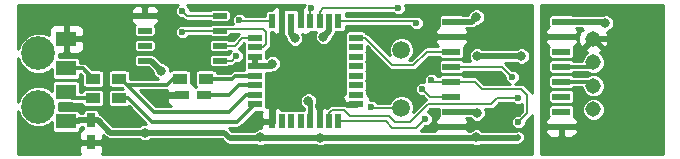
<source format=gtl>
%TF.GenerationSoftware,KiCad,Pcbnew,4.0.7*%
%TF.CreationDate,2017-12-11T19:35:16+01:00*%
%TF.ProjectId,usb2rs485,7573623272733438352E6B696361645F,1*%
%TF.FileFunction,Copper,L1,Top,Signal*%
%FSLAX45Y45*%
G04 Gerber Fmt 4.5, Leading zero omitted, Abs format (unit mm)*
G04 Created by KiCad (PCBNEW 4.0.7) date Mon Dec 11 19:35:16 2017*
%MOMM*%
%LPD*%
G01*
G04 APERTURE LIST*
%ADD10C,0.100000*%
%ADD11R,1.200000X0.750000*%
%ADD12R,0.750000X1.200000*%
%ADD13R,1.200000X0.900000*%
%ADD14R,1.143000X0.508000*%
%ADD15R,1.200000X0.600000*%
%ADD16R,0.600000X1.200000*%
%ADD17R,1.500000X0.600000*%
%ADD18C,2.850000*%
%ADD19R,1.700000X1.300000*%
%ADD20C,1.308000*%
%ADD21C,1.500000*%
%ADD22C,0.800000*%
%ADD23C,0.600000*%
%ADD24C,0.400000*%
%ADD25C,0.500000*%
%ADD26C,0.300000*%
%ADD27C,0.200000*%
%ADD28C,0.254000*%
G04 APERTURE END LIST*
D10*
D11*
X13798300Y-11303000D03*
X13608300Y-11303000D03*
D12*
X12839700Y-11512800D03*
X12839700Y-11702800D03*
D13*
X13813300Y-11163300D03*
X13593300Y-11163300D03*
X13076700Y-11163300D03*
X12856700Y-11163300D03*
X13076700Y-11328400D03*
X12856700Y-11328400D03*
D14*
X13296900Y-11010900D03*
X13296900Y-10883900D03*
X13296900Y-10756900D03*
X13296900Y-10629900D03*
X13931900Y-10629900D03*
X13931900Y-10756900D03*
X13931900Y-10883900D03*
X13931900Y-11010900D03*
D15*
X14230800Y-10819800D03*
X14230800Y-10899800D03*
X14230800Y-10979800D03*
X14230800Y-11059800D03*
X14230800Y-11139800D03*
X14230800Y-11219800D03*
X14230800Y-11299800D03*
X14230800Y-11379800D03*
D16*
X14375800Y-11524800D03*
X14455800Y-11524800D03*
X14535800Y-11524800D03*
X14615800Y-11524800D03*
X14695800Y-11524800D03*
X14775800Y-11524800D03*
X14855800Y-11524800D03*
X14935800Y-11524800D03*
D15*
X15080800Y-11379800D03*
X15080800Y-11299800D03*
X15080800Y-11219800D03*
X15080800Y-11139800D03*
X15080800Y-11059800D03*
X15080800Y-10979800D03*
X15080800Y-10899800D03*
X15080800Y-10819800D03*
D16*
X14935800Y-10674800D03*
X14855800Y-10674800D03*
X14775800Y-10674800D03*
X14695800Y-10674800D03*
X14615800Y-10674800D03*
X14535800Y-10674800D03*
X14455800Y-10674800D03*
X14375800Y-10674800D03*
D17*
X15892600Y-10680700D03*
X15892600Y-10807700D03*
X15892600Y-10934700D03*
X15892600Y-11061700D03*
X15892600Y-11188700D03*
X15892600Y-11315700D03*
X15892600Y-11442700D03*
X15892600Y-11569700D03*
X16822600Y-11569700D03*
X16822600Y-11442700D03*
X16822600Y-11315700D03*
X16822600Y-11188700D03*
X16822600Y-11061700D03*
X16822600Y-10934700D03*
X16822600Y-10807700D03*
X16822600Y-10680700D03*
D18*
X12395200Y-11401000D03*
X12395200Y-10951000D03*
D19*
X12630200Y-11276000D03*
X12630200Y-11076000D03*
X12630200Y-11526000D03*
X12630200Y-10826000D03*
D20*
X17094200Y-11425200D03*
X17094200Y-11225200D03*
X17094200Y-11025200D03*
X17094200Y-10825200D03*
D21*
X15468600Y-10922000D03*
X15468600Y-11410000D03*
D22*
X14681200Y-11353800D03*
X16110200Y-10972800D03*
X16484600Y-10972800D03*
X16103600Y-11658600D03*
X16110200Y-11455400D03*
X16103600Y-10642600D03*
X14808200Y-10807700D03*
X14782800Y-11664800D03*
X14376400Y-11036300D03*
X14274800Y-11658600D03*
X13436600Y-11099800D03*
X13296900Y-11620500D03*
X14960600Y-11353800D03*
X16300200Y-11557000D03*
X16230600Y-10642600D03*
X16281400Y-11760200D03*
X15290800Y-11760200D03*
X14503400Y-11760200D03*
X14401800Y-11379200D03*
X14439900Y-10807700D03*
X14960600Y-11760200D03*
X14135100Y-11760200D03*
X13449300Y-11709400D03*
X13462000Y-11303000D03*
X13131800Y-10642600D03*
X13144500Y-11709400D03*
D23*
X13614400Y-10591800D03*
X13614400Y-10769600D03*
X14097000Y-10668000D03*
X14071600Y-10972800D03*
X16459200Y-11328400D03*
X16459200Y-11531600D03*
X15722600Y-11176000D03*
X15671800Y-11506200D03*
X15646400Y-11252200D03*
X15595600Y-10693400D03*
X16408400Y-11150600D03*
D22*
X14566900Y-10820400D03*
D23*
X15443200Y-10566400D03*
X14706600Y-10566400D03*
X15214600Y-11404600D03*
D22*
X17195800Y-10693400D03*
X17449800Y-10871200D03*
D24*
X14695800Y-11524800D02*
X14695800Y-11368400D01*
X14695800Y-11368400D02*
X14681200Y-11353800D01*
D25*
X16484600Y-10972800D02*
X16110200Y-10972800D01*
X16103600Y-11658600D02*
X16103600Y-11664800D01*
X16103600Y-11664800D02*
X16103600Y-11658600D01*
X16103600Y-11658600D02*
X16103600Y-11664800D01*
X14782800Y-11664800D02*
X16103600Y-11664800D01*
X16103600Y-11664800D02*
X16453000Y-11664800D01*
X16453000Y-11664800D02*
X16459200Y-11658600D01*
X15892600Y-11442700D02*
X16097500Y-11442700D01*
X16097500Y-11442700D02*
X16110200Y-11455400D01*
X16065500Y-10680700D02*
X15892600Y-10680700D01*
X16103600Y-10642600D02*
X16065500Y-10680700D01*
X14855800Y-10760100D02*
X14855800Y-10674800D01*
X14808200Y-10807700D02*
X14855800Y-10760100D01*
X14230800Y-10979800D02*
X14230800Y-11059800D01*
X14230800Y-11059800D02*
X14352900Y-11059800D01*
X14352900Y-11059800D02*
X14376400Y-11036300D01*
X14236700Y-10985700D02*
X14230800Y-10979800D01*
X14236700Y-11053900D02*
X14230800Y-11059800D01*
X14274800Y-11658600D02*
X14274800Y-11664800D01*
X14274800Y-11664800D02*
X14274800Y-11658600D01*
X14274800Y-11658600D02*
X14274800Y-11664800D01*
X13436600Y-11099800D02*
X13347700Y-11010900D01*
X13347700Y-11010900D02*
X13296900Y-11010900D01*
X12839700Y-11512800D02*
X12897100Y-11512800D01*
X14014300Y-11664800D02*
X14274800Y-11664800D01*
X14274800Y-11664800D02*
X14643100Y-11664800D01*
X14643100Y-11664800D02*
X14782800Y-11664800D01*
X13970000Y-11620500D02*
X14014300Y-11664800D01*
X13004800Y-11620500D02*
X13296900Y-11620500D01*
X13296900Y-11620500D02*
X13970000Y-11620500D01*
X12897100Y-11512800D02*
X13004800Y-11620500D01*
X12839700Y-11512800D02*
X12744200Y-11512800D01*
X12731000Y-11526000D02*
X12630200Y-11526000D01*
X12744200Y-11512800D02*
X12731000Y-11526000D01*
X12840200Y-11526000D02*
X12845800Y-11531600D01*
D24*
X14775800Y-11524800D02*
X14775800Y-11321400D01*
X14528800Y-11252200D02*
X14401800Y-11379200D01*
X14706600Y-11252200D02*
X14528800Y-11252200D01*
X14775800Y-11321400D02*
X14706600Y-11252200D01*
X15080800Y-11379800D02*
X14986600Y-11379800D01*
X14986600Y-11379800D02*
X14960600Y-11353800D01*
D25*
X15892600Y-11569700D02*
X16287500Y-11569700D01*
X16287500Y-11569700D02*
X16300200Y-11557000D01*
X16065500Y-10807700D02*
X15892600Y-10807700D01*
X16230600Y-10642600D02*
X16065500Y-10807700D01*
X16332200Y-11760200D02*
X16281400Y-11760200D01*
X16281400Y-11760200D02*
X16256000Y-11760200D01*
X16002000Y-11760200D02*
X15290800Y-11760200D01*
X16256000Y-11760200D02*
X16002000Y-11760200D01*
X15290800Y-11760200D02*
X15163800Y-11760200D01*
X15163800Y-11760200D02*
X14960600Y-11760200D01*
X14401800Y-11379200D02*
X14375800Y-11405200D01*
X14375800Y-11405200D02*
X14375800Y-11524800D01*
X14615800Y-10674800D02*
X14615800Y-10589900D01*
X14455800Y-10588600D02*
X14455800Y-10674800D01*
X14478000Y-10566400D02*
X14455800Y-10588600D01*
X14592300Y-10566400D02*
X14478000Y-10566400D01*
X14615800Y-10589900D02*
X14592300Y-10566400D01*
X14455800Y-10791800D02*
X14455800Y-10674800D01*
X14439900Y-10807700D02*
X14455800Y-10791800D01*
X13608300Y-11303000D02*
X13462000Y-11303000D01*
X13144500Y-10629900D02*
X13296900Y-10629900D01*
X13131800Y-10642600D02*
X13144500Y-10629900D01*
X14960600Y-11760200D02*
X14503400Y-11760200D01*
X14503400Y-11760200D02*
X14439900Y-11760200D01*
X14439900Y-11760200D02*
X14135100Y-11760200D01*
X14135100Y-11760200D02*
X13931900Y-11760200D01*
X13881100Y-11709400D02*
X13449300Y-11709400D01*
X13449300Y-11709400D02*
X13144500Y-11709400D01*
X13144500Y-11709400D02*
X12846300Y-11709400D01*
X13931900Y-11760200D02*
X13881100Y-11709400D01*
X12846300Y-11709400D02*
X12839700Y-11702800D01*
D26*
X14230800Y-11219800D02*
X14091300Y-11219800D01*
X14008100Y-11303000D02*
X13798300Y-11303000D01*
X14091300Y-11219800D02*
X14008100Y-11303000D01*
X12630200Y-11076000D02*
X12769400Y-11076000D01*
X12769400Y-11076000D02*
X12856700Y-11163300D01*
D24*
X12631800Y-11074400D02*
X12630200Y-11076000D01*
D26*
X12856700Y-11328400D02*
X12682600Y-11328400D01*
X12682600Y-11328400D02*
X12630200Y-11276000D01*
D24*
X12631800Y-11277600D02*
X12630200Y-11276000D01*
D26*
X14230800Y-11139800D02*
X14057000Y-11139800D01*
X14033500Y-11163300D02*
X13813300Y-11163300D01*
X14057000Y-11139800D02*
X14033500Y-11163300D01*
X13593300Y-11163300D02*
X13538200Y-11163300D01*
X13538200Y-11163300D02*
X13487400Y-11214100D01*
X13487400Y-11214100D02*
X13144500Y-11214100D01*
X13076700Y-11163300D02*
X13093700Y-11163300D01*
X13093700Y-11163300D02*
X13144500Y-11214100D01*
X13144500Y-11214100D02*
X13373100Y-11442700D01*
X13373100Y-11442700D02*
X14008100Y-11442700D01*
X14008100Y-11442700D02*
X14151000Y-11299800D01*
X14151000Y-11299800D02*
X14230800Y-11299800D01*
D27*
X13652500Y-10629900D02*
X13931900Y-10629900D01*
X13614400Y-10591800D02*
X13652500Y-10629900D01*
X14230800Y-10899800D02*
X14297000Y-10899800D01*
X14300200Y-10744200D02*
X13944600Y-10744200D01*
X14325600Y-10769600D02*
X14300200Y-10744200D01*
X14325600Y-10871200D02*
X14325600Y-10769600D01*
X14297000Y-10899800D02*
X14325600Y-10871200D01*
X13944600Y-10744200D02*
X13931900Y-10756900D01*
X13614400Y-10769600D02*
X13627100Y-10756900D01*
X13627100Y-10756900D02*
X13931900Y-10756900D01*
D26*
X13076700Y-11328400D02*
X13157200Y-11328400D01*
X14079000Y-11531600D02*
X14230800Y-11379800D01*
X13360400Y-11531600D02*
X14079000Y-11531600D01*
X13157200Y-11328400D02*
X13360400Y-11531600D01*
D27*
X14230800Y-10819800D02*
X14123000Y-10819800D01*
X14058900Y-10883900D02*
X13931900Y-10883900D01*
X14123000Y-10819800D02*
X14058900Y-10883900D01*
X13931900Y-11010900D02*
X14033500Y-11010900D01*
X14103800Y-10674800D02*
X14375800Y-10674800D01*
X14097000Y-10668000D02*
X14103800Y-10674800D01*
X14033500Y-11010900D02*
X14071600Y-10972800D01*
X15087600Y-11480800D02*
X15367000Y-11480800D01*
X14855800Y-11458600D02*
X14884400Y-11430000D01*
X14884400Y-11430000D02*
X14986000Y-11430000D01*
X14986000Y-11430000D02*
X15036800Y-11480800D01*
X15036800Y-11480800D02*
X15087600Y-11480800D01*
X14855800Y-11524800D02*
X14855800Y-11458600D01*
X16281400Y-11328400D02*
X16459200Y-11328400D01*
X16230600Y-11379200D02*
X16281400Y-11328400D01*
X15697200Y-11379200D02*
X16230600Y-11379200D01*
X15544800Y-11531600D02*
X15697200Y-11379200D01*
X15417800Y-11531600D02*
X15544800Y-11531600D01*
X15367000Y-11480800D02*
X15417800Y-11531600D01*
X16090900Y-11188700D02*
X15892600Y-11188700D01*
X16154400Y-11252200D02*
X16090900Y-11188700D01*
X16484600Y-11252200D02*
X16154400Y-11252200D01*
X16535400Y-11303000D02*
X16484600Y-11252200D01*
X16535400Y-11455400D02*
X16535400Y-11303000D01*
X16459200Y-11531600D02*
X16535400Y-11455400D01*
X14935800Y-11524800D02*
X15334800Y-11524800D01*
X15735300Y-11188700D02*
X15892600Y-11188700D01*
X15722600Y-11176000D02*
X15735300Y-11188700D01*
X15595600Y-11582400D02*
X15671800Y-11506200D01*
X15392400Y-11582400D02*
X15595600Y-11582400D01*
X15334800Y-11524800D02*
X15392400Y-11582400D01*
X15080800Y-10819800D02*
X15163800Y-10820400D01*
X15684500Y-10934700D02*
X15892600Y-10934700D01*
X15570200Y-11049000D02*
X15684500Y-10934700D01*
X15392400Y-11049000D02*
X15570200Y-11049000D01*
X15163800Y-10820400D02*
X15392400Y-11049000D01*
X14935800Y-10674800D02*
X15577000Y-10674800D01*
X15709900Y-11315700D02*
X15892600Y-11315700D01*
X15646400Y-11252200D02*
X15709900Y-11315700D01*
X15577000Y-10674800D02*
X15595600Y-10693400D01*
X16319500Y-11061700D02*
X15892600Y-11061700D01*
X16408400Y-11150600D02*
X16319500Y-11061700D01*
D25*
X14535800Y-10789300D02*
X14535800Y-10674800D01*
X14566900Y-10820400D02*
X14535800Y-10789300D01*
D27*
X14775800Y-10674800D02*
X14775800Y-10598800D01*
X14808200Y-10566400D02*
X15443200Y-10566400D01*
X14775800Y-10598800D02*
X14808200Y-10566400D01*
X14695800Y-10674800D02*
X14695800Y-10577200D01*
X14695800Y-10577200D02*
X14706600Y-10566400D01*
X15214600Y-11404600D02*
X15220000Y-11410000D01*
X15220000Y-11410000D02*
X15468600Y-11410000D01*
D25*
X17183100Y-10680700D02*
X16822600Y-10680700D01*
X17195800Y-10693400D02*
X17183100Y-10680700D01*
D26*
X16822600Y-11188700D02*
X17057700Y-11188700D01*
X17057700Y-11188700D02*
X17094200Y-11225200D01*
D27*
X17057700Y-11188700D02*
X17094200Y-11225200D01*
D26*
X16822600Y-11061700D02*
X17057700Y-11061700D01*
X17057700Y-11061700D02*
X17094200Y-11025200D01*
D27*
X17057700Y-11061700D02*
X17094200Y-11025200D01*
D25*
X17094200Y-10825200D02*
X17403800Y-10825200D01*
X17403800Y-10825200D02*
X17449800Y-10871200D01*
D28*
G36*
X16423637Y-11381523D02*
X16446673Y-11391089D01*
X16471617Y-11391111D01*
X16492700Y-11382400D01*
X16492700Y-11437713D01*
X16461511Y-11468902D01*
X16446783Y-11468889D01*
X16423730Y-11478414D01*
X16406076Y-11496037D01*
X16396511Y-11519073D01*
X16396489Y-11544017D01*
X16406014Y-11567070D01*
X16423637Y-11584723D01*
X16446673Y-11594289D01*
X16471617Y-11594311D01*
X16494670Y-11584785D01*
X16512323Y-11567163D01*
X16521889Y-11544126D01*
X16521902Y-11529285D01*
X16565593Y-11485594D01*
X16565593Y-11485593D01*
X16573500Y-11473761D01*
X16573500Y-11799800D01*
X12930002Y-11799800D01*
X12931033Y-11798770D01*
X12940700Y-11775431D01*
X12940700Y-11731375D01*
X12924825Y-11715500D01*
X12852400Y-11715500D01*
X12852400Y-11717500D01*
X12827000Y-11717500D01*
X12827000Y-11715500D01*
X12754575Y-11715500D01*
X12738700Y-11731375D01*
X12738700Y-11775431D01*
X12748367Y-11798770D01*
X12749397Y-11799800D01*
X12220200Y-11799800D01*
X12220200Y-11436254D01*
X12246586Y-11500113D01*
X12295828Y-11549441D01*
X12360198Y-11576169D01*
X12429896Y-11576230D01*
X12494313Y-11549614D01*
X12511859Y-11532098D01*
X12511859Y-11591000D01*
X12514139Y-11603118D01*
X12521301Y-11614247D01*
X12532229Y-11621714D01*
X12545200Y-11624341D01*
X12715200Y-11624341D01*
X12727318Y-11622060D01*
X12738447Y-11614899D01*
X12745914Y-11603971D01*
X12748541Y-11591000D01*
X12748541Y-11580211D01*
X12753081Y-11579308D01*
X12766263Y-11570500D01*
X12768859Y-11570500D01*
X12768859Y-11572800D01*
X12771139Y-11584918D01*
X12772164Y-11586509D01*
X12766230Y-11588967D01*
X12748367Y-11606830D01*
X12738700Y-11630169D01*
X12738700Y-11674225D01*
X12754575Y-11690100D01*
X12827000Y-11690100D01*
X12827000Y-11688100D01*
X12852400Y-11688100D01*
X12852400Y-11690100D01*
X12924825Y-11690100D01*
X12940700Y-11674225D01*
X12940700Y-11638000D01*
X12964000Y-11661300D01*
X12982719Y-11673808D01*
X13004800Y-11678200D01*
X13004800Y-11678200D01*
X13251776Y-11678200D01*
X13255665Y-11682096D01*
X13282376Y-11693187D01*
X13311297Y-11693213D01*
X13338027Y-11682168D01*
X13342002Y-11678200D01*
X13946100Y-11678200D01*
X13973499Y-11705600D01*
X13973500Y-11705600D01*
X13988316Y-11715500D01*
X13992219Y-11718108D01*
X14014300Y-11722500D01*
X14014300Y-11722500D01*
X14239113Y-11722500D01*
X14260276Y-11731287D01*
X14289197Y-11731313D01*
X14310526Y-11722500D01*
X14737676Y-11722500D01*
X14741565Y-11726396D01*
X14768276Y-11737487D01*
X14797197Y-11737512D01*
X14823927Y-11726468D01*
X14827902Y-11722500D01*
X16067913Y-11722500D01*
X16089076Y-11731287D01*
X16117997Y-11731313D01*
X16139326Y-11722500D01*
X16453000Y-11722500D01*
X16453000Y-11722500D01*
X16475081Y-11718108D01*
X16493800Y-11705600D01*
X16500000Y-11699400D01*
X16512508Y-11680681D01*
X16516900Y-11658600D01*
X16512508Y-11636519D01*
X16500000Y-11617800D01*
X16481281Y-11605292D01*
X16459200Y-11600900D01*
X16437119Y-11605292D01*
X16434414Y-11607100D01*
X16154913Y-11607100D01*
X16144835Y-11597004D01*
X16118124Y-11585913D01*
X16089202Y-11585887D01*
X16062472Y-11596932D01*
X16052287Y-11607100D01*
X16031100Y-11607100D01*
X16031100Y-11598275D01*
X16015225Y-11582400D01*
X15905300Y-11582400D01*
X15905300Y-11584400D01*
X15879900Y-11584400D01*
X15879900Y-11582400D01*
X15769975Y-11582400D01*
X15754100Y-11598275D01*
X15754100Y-11607100D01*
X15631287Y-11607100D01*
X15669489Y-11568898D01*
X15684217Y-11568911D01*
X15707270Y-11559385D01*
X15724923Y-11541763D01*
X15734489Y-11518726D01*
X15734511Y-11493783D01*
X15724985Y-11470730D01*
X15707363Y-11453076D01*
X15690650Y-11446137D01*
X15714887Y-11421900D01*
X15784259Y-11421900D01*
X15784259Y-11472700D01*
X15786368Y-11483905D01*
X15781630Y-11485867D01*
X15763767Y-11503730D01*
X15754100Y-11527069D01*
X15754100Y-11541125D01*
X15769975Y-11557000D01*
X15879900Y-11557000D01*
X15879900Y-11555000D01*
X15905300Y-11555000D01*
X15905300Y-11557000D01*
X16015225Y-11557000D01*
X16031100Y-11541125D01*
X16031100Y-11527069D01*
X16021433Y-11503730D01*
X16018103Y-11500400D01*
X16052398Y-11500400D01*
X16068965Y-11516996D01*
X16095676Y-11528087D01*
X16124597Y-11528113D01*
X16151327Y-11517068D01*
X16171796Y-11496635D01*
X16182887Y-11469924D01*
X16182913Y-11441002D01*
X16175020Y-11421900D01*
X16230599Y-11421900D01*
X16230600Y-11421900D01*
X16246941Y-11418650D01*
X16260793Y-11409393D01*
X16299087Y-11371100D01*
X16413232Y-11371100D01*
X16423637Y-11381523D01*
X16423637Y-11381523D01*
G37*
X16423637Y-11381523D02*
X16446673Y-11391089D01*
X16471617Y-11391111D01*
X16492700Y-11382400D01*
X16492700Y-11437713D01*
X16461511Y-11468902D01*
X16446783Y-11468889D01*
X16423730Y-11478414D01*
X16406076Y-11496037D01*
X16396511Y-11519073D01*
X16396489Y-11544017D01*
X16406014Y-11567070D01*
X16423637Y-11584723D01*
X16446673Y-11594289D01*
X16471617Y-11594311D01*
X16494670Y-11584785D01*
X16512323Y-11567163D01*
X16521889Y-11544126D01*
X16521902Y-11529285D01*
X16565593Y-11485594D01*
X16565593Y-11485593D01*
X16573500Y-11473761D01*
X16573500Y-11799800D01*
X12930002Y-11799800D01*
X12931033Y-11798770D01*
X12940700Y-11775431D01*
X12940700Y-11731375D01*
X12924825Y-11715500D01*
X12852400Y-11715500D01*
X12852400Y-11717500D01*
X12827000Y-11717500D01*
X12827000Y-11715500D01*
X12754575Y-11715500D01*
X12738700Y-11731375D01*
X12738700Y-11775431D01*
X12748367Y-11798770D01*
X12749397Y-11799800D01*
X12220200Y-11799800D01*
X12220200Y-11436254D01*
X12246586Y-11500113D01*
X12295828Y-11549441D01*
X12360198Y-11576169D01*
X12429896Y-11576230D01*
X12494313Y-11549614D01*
X12511859Y-11532098D01*
X12511859Y-11591000D01*
X12514139Y-11603118D01*
X12521301Y-11614247D01*
X12532229Y-11621714D01*
X12545200Y-11624341D01*
X12715200Y-11624341D01*
X12727318Y-11622060D01*
X12738447Y-11614899D01*
X12745914Y-11603971D01*
X12748541Y-11591000D01*
X12748541Y-11580211D01*
X12753081Y-11579308D01*
X12766263Y-11570500D01*
X12768859Y-11570500D01*
X12768859Y-11572800D01*
X12771139Y-11584918D01*
X12772164Y-11586509D01*
X12766230Y-11588967D01*
X12748367Y-11606830D01*
X12738700Y-11630169D01*
X12738700Y-11674225D01*
X12754575Y-11690100D01*
X12827000Y-11690100D01*
X12827000Y-11688100D01*
X12852400Y-11688100D01*
X12852400Y-11690100D01*
X12924825Y-11690100D01*
X12940700Y-11674225D01*
X12940700Y-11638000D01*
X12964000Y-11661300D01*
X12982719Y-11673808D01*
X13004800Y-11678200D01*
X13004800Y-11678200D01*
X13251776Y-11678200D01*
X13255665Y-11682096D01*
X13282376Y-11693187D01*
X13311297Y-11693213D01*
X13338027Y-11682168D01*
X13342002Y-11678200D01*
X13946100Y-11678200D01*
X13973499Y-11705600D01*
X13973500Y-11705600D01*
X13988316Y-11715500D01*
X13992219Y-11718108D01*
X14014300Y-11722500D01*
X14014300Y-11722500D01*
X14239113Y-11722500D01*
X14260276Y-11731287D01*
X14289197Y-11731313D01*
X14310526Y-11722500D01*
X14737676Y-11722500D01*
X14741565Y-11726396D01*
X14768276Y-11737487D01*
X14797197Y-11737512D01*
X14823927Y-11726468D01*
X14827902Y-11722500D01*
X16067913Y-11722500D01*
X16089076Y-11731287D01*
X16117997Y-11731313D01*
X16139326Y-11722500D01*
X16453000Y-11722500D01*
X16453000Y-11722500D01*
X16475081Y-11718108D01*
X16493800Y-11705600D01*
X16500000Y-11699400D01*
X16512508Y-11680681D01*
X16516900Y-11658600D01*
X16512508Y-11636519D01*
X16500000Y-11617800D01*
X16481281Y-11605292D01*
X16459200Y-11600900D01*
X16437119Y-11605292D01*
X16434414Y-11607100D01*
X16154913Y-11607100D01*
X16144835Y-11597004D01*
X16118124Y-11585913D01*
X16089202Y-11585887D01*
X16062472Y-11596932D01*
X16052287Y-11607100D01*
X16031100Y-11607100D01*
X16031100Y-11598275D01*
X16015225Y-11582400D01*
X15905300Y-11582400D01*
X15905300Y-11584400D01*
X15879900Y-11584400D01*
X15879900Y-11582400D01*
X15769975Y-11582400D01*
X15754100Y-11598275D01*
X15754100Y-11607100D01*
X15631287Y-11607100D01*
X15669489Y-11568898D01*
X15684217Y-11568911D01*
X15707270Y-11559385D01*
X15724923Y-11541763D01*
X15734489Y-11518726D01*
X15734511Y-11493783D01*
X15724985Y-11470730D01*
X15707363Y-11453076D01*
X15690650Y-11446137D01*
X15714887Y-11421900D01*
X15784259Y-11421900D01*
X15784259Y-11472700D01*
X15786368Y-11483905D01*
X15781630Y-11485867D01*
X15763767Y-11503730D01*
X15754100Y-11527069D01*
X15754100Y-11541125D01*
X15769975Y-11557000D01*
X15879900Y-11557000D01*
X15879900Y-11555000D01*
X15905300Y-11555000D01*
X15905300Y-11557000D01*
X16015225Y-11557000D01*
X16031100Y-11541125D01*
X16031100Y-11527069D01*
X16021433Y-11503730D01*
X16018103Y-11500400D01*
X16052398Y-11500400D01*
X16068965Y-11516996D01*
X16095676Y-11528087D01*
X16124597Y-11528113D01*
X16151327Y-11517068D01*
X16171796Y-11496635D01*
X16182887Y-11469924D01*
X16182913Y-11441002D01*
X16175020Y-11421900D01*
X16230599Y-11421900D01*
X16230600Y-11421900D01*
X16246941Y-11418650D01*
X16260793Y-11409393D01*
X16299087Y-11371100D01*
X16413232Y-11371100D01*
X16423637Y-11381523D01*
G36*
X13561276Y-10556237D02*
X13551711Y-10579274D01*
X13551689Y-10604217D01*
X13561214Y-10627270D01*
X13578837Y-10644924D01*
X13601873Y-10654489D01*
X13616715Y-10654502D01*
X13622306Y-10660093D01*
X13622306Y-10660094D01*
X13634546Y-10668271D01*
X13636159Y-10669350D01*
X13652500Y-10672600D01*
X13847024Y-10672600D01*
X13850851Y-10678547D01*
X13861779Y-10686014D01*
X13874750Y-10688641D01*
X13989050Y-10688641D01*
X14001168Y-10686361D01*
X14012297Y-10679199D01*
X14019764Y-10668271D01*
X14022391Y-10655300D01*
X14022391Y-10604500D01*
X14020110Y-10592382D01*
X14012949Y-10581253D01*
X14002021Y-10573786D01*
X13989050Y-10571159D01*
X13874750Y-10571159D01*
X13862632Y-10573440D01*
X13851503Y-10580601D01*
X13846994Y-10587200D01*
X13677104Y-10587200D01*
X13677111Y-10579383D01*
X13667585Y-10556330D01*
X13651484Y-10540200D01*
X14649589Y-10540200D01*
X14644979Y-10551300D01*
X14644375Y-10551300D01*
X14628500Y-10567175D01*
X14628500Y-10662100D01*
X14630500Y-10662100D01*
X14630500Y-10687500D01*
X14628500Y-10687500D01*
X14628500Y-10689500D01*
X14603100Y-10689500D01*
X14603100Y-10687500D01*
X14601100Y-10687500D01*
X14601100Y-10662100D01*
X14603100Y-10662100D01*
X14603100Y-10567175D01*
X14587225Y-10551300D01*
X14573169Y-10551300D01*
X14549830Y-10560967D01*
X14535800Y-10574998D01*
X14521770Y-10560967D01*
X14498431Y-10551300D01*
X14484375Y-10551300D01*
X14468500Y-10567175D01*
X14468500Y-10662100D01*
X14470500Y-10662100D01*
X14470500Y-10687500D01*
X14468500Y-10687500D01*
X14468500Y-10782425D01*
X14478776Y-10792702D01*
X14482492Y-10811381D01*
X14494192Y-10828892D01*
X14494187Y-10834798D01*
X14505232Y-10861528D01*
X14525665Y-10881996D01*
X14552376Y-10893087D01*
X14581297Y-10893113D01*
X14608027Y-10882068D01*
X14628496Y-10861635D01*
X14639587Y-10834924D01*
X14639613Y-10806003D01*
X14630836Y-10784761D01*
X14644375Y-10798300D01*
X14658431Y-10798300D01*
X14681770Y-10788633D01*
X14699633Y-10770770D01*
X14700722Y-10768141D01*
X14725800Y-10768141D01*
X14736167Y-10766190D01*
X14745800Y-10768141D01*
X14745908Y-10768141D01*
X14735513Y-10793176D01*
X14735487Y-10822098D01*
X14746532Y-10848828D01*
X14766965Y-10869296D01*
X14793676Y-10880387D01*
X14822597Y-10880413D01*
X14849327Y-10869368D01*
X14869796Y-10848935D01*
X14880887Y-10822224D01*
X14880892Y-10816608D01*
X14896600Y-10800900D01*
X14896600Y-10800900D01*
X14909108Y-10782181D01*
X14909708Y-10779165D01*
X14911901Y-10768141D01*
X14965800Y-10768141D01*
X14977918Y-10765861D01*
X14989047Y-10758699D01*
X14996514Y-10747771D01*
X14999141Y-10734800D01*
X14999141Y-10717500D01*
X15537716Y-10717500D01*
X15542414Y-10728870D01*
X15560037Y-10746524D01*
X15583073Y-10756089D01*
X15608017Y-10756111D01*
X15631070Y-10746586D01*
X15648723Y-10728963D01*
X15658289Y-10705927D01*
X15658311Y-10680983D01*
X15648785Y-10657930D01*
X15631163Y-10640277D01*
X15608126Y-10630711D01*
X15583183Y-10630689D01*
X15578869Y-10632472D01*
X15577000Y-10632100D01*
X15576999Y-10632100D01*
X14999141Y-10632100D01*
X14999141Y-10614800D01*
X14998068Y-10609100D01*
X15397232Y-10609100D01*
X15407637Y-10619524D01*
X15430673Y-10629089D01*
X15455617Y-10629111D01*
X15478670Y-10619586D01*
X15496323Y-10601963D01*
X15505889Y-10578927D01*
X15505911Y-10553983D01*
X15500216Y-10540200D01*
X16573500Y-10540200D01*
X16573500Y-11284639D01*
X16565593Y-11272806D01*
X16565593Y-11272806D01*
X16514793Y-11222006D01*
X16500941Y-11212750D01*
X16484600Y-11209500D01*
X16484599Y-11209500D01*
X16430040Y-11209500D01*
X16443870Y-11203785D01*
X16461523Y-11186163D01*
X16471089Y-11163127D01*
X16471111Y-11138183D01*
X16461585Y-11115130D01*
X16443963Y-11097477D01*
X16420926Y-11087911D01*
X16406085Y-11087898D01*
X16349693Y-11031507D01*
X16348187Y-11030500D01*
X16439476Y-11030500D01*
X16443365Y-11034396D01*
X16470076Y-11045487D01*
X16498997Y-11045513D01*
X16525727Y-11034468D01*
X16546196Y-11014035D01*
X16557287Y-10987324D01*
X16557313Y-10958403D01*
X16546268Y-10931673D01*
X16525835Y-10911204D01*
X16499124Y-10900113D01*
X16470202Y-10900087D01*
X16443472Y-10911132D01*
X16439498Y-10915100D01*
X16155324Y-10915100D01*
X16151435Y-10911204D01*
X16124724Y-10900113D01*
X16095802Y-10900087D01*
X16069072Y-10911132D01*
X16048604Y-10931565D01*
X16037513Y-10958276D01*
X16037487Y-10987198D01*
X16048532Y-11013928D01*
X16053596Y-11019000D01*
X15998286Y-11019000D01*
X15991499Y-11008453D01*
X15980571Y-11000986D01*
X15967600Y-10998359D01*
X15817600Y-10998359D01*
X15805482Y-11000640D01*
X15794353Y-11007801D01*
X15786886Y-11018729D01*
X15784259Y-11031700D01*
X15784259Y-11091700D01*
X15786539Y-11103818D01*
X15793701Y-11114947D01*
X15804629Y-11122414D01*
X15817600Y-11125041D01*
X15967600Y-11125041D01*
X15979718Y-11122761D01*
X15990847Y-11115599D01*
X15998314Y-11104671D01*
X15998369Y-11104400D01*
X16301813Y-11104400D01*
X16345702Y-11148289D01*
X16345689Y-11163017D01*
X16355214Y-11186070D01*
X16372837Y-11203723D01*
X16386748Y-11209500D01*
X16172087Y-11209500D01*
X16121093Y-11158507D01*
X16107241Y-11149250D01*
X16090900Y-11146000D01*
X16090899Y-11146000D01*
X15998286Y-11146000D01*
X15991499Y-11135453D01*
X15980571Y-11127986D01*
X15967600Y-11125359D01*
X15817600Y-11125359D01*
X15805482Y-11127640D01*
X15794353Y-11134801D01*
X15786886Y-11145729D01*
X15786831Y-11146000D01*
X15778046Y-11146000D01*
X15775785Y-11140530D01*
X15758163Y-11122877D01*
X15735126Y-11113311D01*
X15710183Y-11113289D01*
X15687130Y-11122815D01*
X15669476Y-11140437D01*
X15659911Y-11163474D01*
X15659889Y-11188417D01*
X15660634Y-11190220D01*
X15658926Y-11189511D01*
X15633983Y-11189489D01*
X15610930Y-11199014D01*
X15593276Y-11216637D01*
X15583711Y-11239673D01*
X15583689Y-11264617D01*
X15593214Y-11287670D01*
X15610837Y-11305323D01*
X15633873Y-11314889D01*
X15648715Y-11314902D01*
X15676486Y-11342673D01*
X15667006Y-11349006D01*
X15667006Y-11349007D01*
X15570448Y-11445565D01*
X15576281Y-11431517D01*
X15576319Y-11388671D01*
X15559957Y-11349072D01*
X15529687Y-11318750D01*
X15490117Y-11302319D01*
X15447271Y-11302281D01*
X15407672Y-11318643D01*
X15377350Y-11348913D01*
X15369715Y-11367300D01*
X15265959Y-11367300D01*
X15250163Y-11351476D01*
X15227126Y-11341911D01*
X15204300Y-11341891D01*
X15204300Y-11337169D01*
X15194633Y-11313830D01*
X15176770Y-11295967D01*
X15174141Y-11294878D01*
X15174141Y-11269800D01*
X15172190Y-11259433D01*
X15174141Y-11249800D01*
X15174141Y-11189800D01*
X15172190Y-11179433D01*
X15174141Y-11169800D01*
X15174141Y-11109800D01*
X15172190Y-11099433D01*
X15174141Y-11089800D01*
X15174141Y-11029800D01*
X15172190Y-11019433D01*
X15174141Y-11009800D01*
X15174141Y-10949800D01*
X15172190Y-10939433D01*
X15174141Y-10929800D01*
X15174141Y-10891128D01*
X15362206Y-11079193D01*
X15362206Y-11079194D01*
X15376059Y-11088450D01*
X15392400Y-11091700D01*
X15570199Y-11091700D01*
X15570200Y-11091700D01*
X15586541Y-11088450D01*
X15600393Y-11079194D01*
X15702187Y-10977400D01*
X15786914Y-10977400D01*
X15793701Y-10987947D01*
X15804629Y-10995414D01*
X15817600Y-10998041D01*
X15967600Y-10998041D01*
X15979718Y-10995761D01*
X15990847Y-10988599D01*
X15998314Y-10977671D01*
X16000941Y-10964700D01*
X16000941Y-10904700D01*
X15998832Y-10893495D01*
X16003570Y-10891533D01*
X16021433Y-10873670D01*
X16031100Y-10850331D01*
X16031100Y-10836275D01*
X16015225Y-10820400D01*
X15905300Y-10820400D01*
X15905300Y-10822400D01*
X15879900Y-10822400D01*
X15879900Y-10820400D01*
X15769975Y-10820400D01*
X15754100Y-10836275D01*
X15754100Y-10850331D01*
X15763767Y-10873670D01*
X15781630Y-10891533D01*
X15782758Y-10892000D01*
X15684500Y-10892000D01*
X15668159Y-10895250D01*
X15654306Y-10904507D01*
X15552513Y-11006300D01*
X15536597Y-11006300D01*
X15559850Y-10983087D01*
X15576281Y-10943517D01*
X15576319Y-10900671D01*
X15559957Y-10861073D01*
X15529687Y-10830750D01*
X15490117Y-10814319D01*
X15447271Y-10814281D01*
X15407672Y-10830643D01*
X15377350Y-10860913D01*
X15360919Y-10900483D01*
X15360881Y-10943329D01*
X15370574Y-10966787D01*
X15193993Y-10790207D01*
X15187196Y-10785664D01*
X15180425Y-10781070D01*
X15180271Y-10781038D01*
X15180141Y-10780950D01*
X15172177Y-10779366D01*
X15171860Y-10777682D01*
X15164699Y-10766553D01*
X15162527Y-10765069D01*
X15754100Y-10765069D01*
X15754100Y-10779125D01*
X15769975Y-10795000D01*
X15879900Y-10795000D01*
X15879900Y-10793000D01*
X15905300Y-10793000D01*
X15905300Y-10795000D01*
X16015225Y-10795000D01*
X16031100Y-10779125D01*
X16031100Y-10765069D01*
X16021433Y-10741730D01*
X16018103Y-10738400D01*
X16065499Y-10738400D01*
X16065500Y-10738400D01*
X16087581Y-10734008D01*
X16106300Y-10721500D01*
X16112492Y-10715308D01*
X16117997Y-10715313D01*
X16144727Y-10704268D01*
X16165196Y-10683835D01*
X16176287Y-10657124D01*
X16176313Y-10628203D01*
X16165268Y-10601473D01*
X16144835Y-10581004D01*
X16118124Y-10569913D01*
X16089202Y-10569887D01*
X16062472Y-10580932D01*
X16042004Y-10601365D01*
X16033020Y-10623000D01*
X15984982Y-10623000D01*
X15980571Y-10619986D01*
X15967600Y-10617359D01*
X15817600Y-10617359D01*
X15805482Y-10619640D01*
X15794353Y-10626801D01*
X15786886Y-10637729D01*
X15784259Y-10650700D01*
X15784259Y-10710700D01*
X15786368Y-10721905D01*
X15781630Y-10723867D01*
X15763767Y-10741730D01*
X15754100Y-10765069D01*
X15162527Y-10765069D01*
X15153771Y-10759086D01*
X15140800Y-10756459D01*
X15020800Y-10756459D01*
X15008682Y-10758740D01*
X14997553Y-10765901D01*
X14990086Y-10776829D01*
X14987459Y-10789800D01*
X14987459Y-10849800D01*
X14989410Y-10860167D01*
X14987459Y-10869800D01*
X14987459Y-10929800D01*
X14989410Y-10940167D01*
X14987459Y-10949800D01*
X14987459Y-11009800D01*
X14989410Y-11020167D01*
X14987459Y-11029800D01*
X14987459Y-11089800D01*
X14989410Y-11100167D01*
X14987459Y-11109800D01*
X14987459Y-11169800D01*
X14989410Y-11180167D01*
X14987459Y-11189800D01*
X14987459Y-11249800D01*
X14989410Y-11260167D01*
X14987459Y-11269800D01*
X14987459Y-11294878D01*
X14984830Y-11295967D01*
X14966967Y-11313830D01*
X14957300Y-11337169D01*
X14957300Y-11351225D01*
X14973175Y-11367100D01*
X15068100Y-11367100D01*
X15068100Y-11365100D01*
X15093500Y-11365100D01*
X15093500Y-11367100D01*
X15095500Y-11367100D01*
X15095500Y-11392500D01*
X15093500Y-11392500D01*
X15093500Y-11394500D01*
X15068100Y-11394500D01*
X15068100Y-11392500D01*
X15005258Y-11392500D01*
X15002341Y-11390550D01*
X14986000Y-11387300D01*
X14985999Y-11387300D01*
X14884400Y-11387300D01*
X14884400Y-11387300D01*
X14868059Y-11390550D01*
X14854206Y-11399806D01*
X14842408Y-11411605D01*
X14841770Y-11410967D01*
X14818431Y-11401300D01*
X14804375Y-11401300D01*
X14788500Y-11417175D01*
X14788500Y-11512100D01*
X14790500Y-11512100D01*
X14790500Y-11537500D01*
X14788500Y-11537500D01*
X14788500Y-11539500D01*
X14763100Y-11539500D01*
X14763100Y-11537500D01*
X14761100Y-11537500D01*
X14761100Y-11512100D01*
X14763100Y-11512100D01*
X14763100Y-11417175D01*
X14748500Y-11402575D01*
X14748500Y-11381299D01*
X14753887Y-11368324D01*
X14753913Y-11339402D01*
X14742868Y-11312672D01*
X14722435Y-11292204D01*
X14695724Y-11281113D01*
X14666802Y-11281087D01*
X14640072Y-11292132D01*
X14619604Y-11312565D01*
X14608513Y-11339276D01*
X14608487Y-11368197D01*
X14619532Y-11394927D01*
X14639965Y-11415396D01*
X14643100Y-11416698D01*
X14643100Y-11431459D01*
X14585800Y-11431459D01*
X14575433Y-11433410D01*
X14565800Y-11431459D01*
X14505800Y-11431459D01*
X14495433Y-11433410D01*
X14485800Y-11431459D01*
X14460722Y-11431459D01*
X14459633Y-11428830D01*
X14441770Y-11410967D01*
X14418431Y-11401300D01*
X14404375Y-11401300D01*
X14388500Y-11417175D01*
X14388500Y-11512100D01*
X14390500Y-11512100D01*
X14390500Y-11537500D01*
X14388500Y-11537500D01*
X14388500Y-11539500D01*
X14363100Y-11539500D01*
X14363100Y-11537500D01*
X14298175Y-11537500D01*
X14282300Y-11553375D01*
X14282300Y-11585906D01*
X14260402Y-11585887D01*
X14233672Y-11596932D01*
X14223487Y-11607100D01*
X14038200Y-11607100D01*
X14010800Y-11579700D01*
X14010202Y-11579300D01*
X14079000Y-11579300D01*
X14097254Y-11575669D01*
X14112729Y-11565329D01*
X14234917Y-11443141D01*
X14286040Y-11443141D01*
X14282300Y-11452169D01*
X14282300Y-11496225D01*
X14298175Y-11512100D01*
X14363100Y-11512100D01*
X14363100Y-11417175D01*
X14347225Y-11401300D01*
X14333169Y-11401300D01*
X14324141Y-11405040D01*
X14324141Y-11349800D01*
X14322190Y-11339433D01*
X14324141Y-11329800D01*
X14324141Y-11269800D01*
X14322190Y-11259433D01*
X14324141Y-11249800D01*
X14324141Y-11189800D01*
X14322190Y-11179433D01*
X14324141Y-11169800D01*
X14324141Y-11117500D01*
X14352899Y-11117500D01*
X14352900Y-11117500D01*
X14374981Y-11113108D01*
X14381122Y-11109004D01*
X14390797Y-11109013D01*
X14417527Y-11097968D01*
X14437996Y-11077535D01*
X14449087Y-11050824D01*
X14449113Y-11021903D01*
X14438068Y-10995173D01*
X14417635Y-10974704D01*
X14390924Y-10963613D01*
X14362002Y-10963587D01*
X14335272Y-10974632D01*
X14324141Y-10985745D01*
X14324141Y-10949800D01*
X14322190Y-10939433D01*
X14323618Y-10932383D01*
X14327193Y-10929994D01*
X14355793Y-10901394D01*
X14365050Y-10887541D01*
X14368300Y-10871200D01*
X14368300Y-10871200D01*
X14368300Y-10769600D01*
X14368010Y-10768141D01*
X14370878Y-10768141D01*
X14371967Y-10770770D01*
X14389830Y-10788633D01*
X14413169Y-10798300D01*
X14427225Y-10798300D01*
X14443100Y-10782425D01*
X14443100Y-10687500D01*
X14441100Y-10687500D01*
X14441100Y-10662100D01*
X14443100Y-10662100D01*
X14443100Y-10567175D01*
X14427225Y-10551300D01*
X14413169Y-10551300D01*
X14389830Y-10560967D01*
X14371967Y-10578830D01*
X14370878Y-10581459D01*
X14345800Y-10581459D01*
X14333682Y-10583740D01*
X14322553Y-10590901D01*
X14315086Y-10601829D01*
X14312459Y-10614800D01*
X14312459Y-10632100D01*
X14149756Y-10632100D01*
X14132563Y-10614877D01*
X14109526Y-10605311D01*
X14084583Y-10605289D01*
X14061530Y-10614815D01*
X14043876Y-10632437D01*
X14034311Y-10655474D01*
X14034289Y-10680417D01*
X14043000Y-10701500D01*
X14003066Y-10701500D01*
X14002021Y-10700786D01*
X13989050Y-10698159D01*
X13874750Y-10698159D01*
X13862632Y-10700440D01*
X13851503Y-10707601D01*
X13846994Y-10714200D01*
X13644481Y-10714200D01*
X13626926Y-10706911D01*
X13601983Y-10706889D01*
X13578930Y-10716415D01*
X13561276Y-10734037D01*
X13551711Y-10757074D01*
X13551689Y-10782017D01*
X13561214Y-10805070D01*
X13578837Y-10822724D01*
X13601873Y-10832289D01*
X13626817Y-10832311D01*
X13649870Y-10822786D01*
X13667523Y-10805163D01*
X13669833Y-10799600D01*
X13847024Y-10799600D01*
X13850851Y-10805547D01*
X13861779Y-10813014D01*
X13874750Y-10815641D01*
X13989050Y-10815641D01*
X14001168Y-10813361D01*
X14012297Y-10806199D01*
X14019764Y-10795271D01*
X14021459Y-10786900D01*
X14096857Y-10786900D01*
X14092806Y-10789607D01*
X14041213Y-10841200D01*
X14016776Y-10841200D01*
X14012949Y-10835253D01*
X14002021Y-10827786D01*
X13989050Y-10825159D01*
X13874750Y-10825159D01*
X13862632Y-10827440D01*
X13851503Y-10834601D01*
X13844036Y-10845529D01*
X13841409Y-10858500D01*
X13841409Y-10909300D01*
X13843689Y-10921418D01*
X13850851Y-10932547D01*
X13861779Y-10940014D01*
X13874750Y-10942641D01*
X13989050Y-10942641D01*
X14001168Y-10940361D01*
X14012297Y-10933199D01*
X14016806Y-10926600D01*
X14029132Y-10926600D01*
X14018476Y-10937237D01*
X14009163Y-10959666D01*
X14002021Y-10954786D01*
X13989050Y-10952159D01*
X13874750Y-10952159D01*
X13862632Y-10954440D01*
X13851503Y-10961601D01*
X13844036Y-10972529D01*
X13841409Y-10985500D01*
X13841409Y-11036300D01*
X13843689Y-11048418D01*
X13850851Y-11059547D01*
X13861779Y-11067014D01*
X13874750Y-11069641D01*
X13989050Y-11069641D01*
X14001168Y-11067361D01*
X14012297Y-11060199D01*
X14016806Y-11053600D01*
X14033499Y-11053600D01*
X14033500Y-11053600D01*
X14049841Y-11050350D01*
X14063693Y-11041094D01*
X14069289Y-11035498D01*
X14084017Y-11035511D01*
X14107070Y-11025986D01*
X14124723Y-11008363D01*
X14134289Y-10985327D01*
X14134311Y-10960383D01*
X14124785Y-10937330D01*
X14107163Y-10919677D01*
X14090450Y-10912737D01*
X14138493Y-10864694D01*
X14137459Y-10869800D01*
X14137459Y-10929800D01*
X14139410Y-10940167D01*
X14137459Y-10949800D01*
X14137459Y-11009800D01*
X14139410Y-11020167D01*
X14137459Y-11029800D01*
X14137459Y-11089800D01*
X14137892Y-11092100D01*
X14057000Y-11092100D01*
X14038746Y-11095731D01*
X14023271Y-11106071D01*
X14013742Y-11115600D01*
X13906133Y-11115600D01*
X13904360Y-11106182D01*
X13897199Y-11095053D01*
X13886271Y-11087586D01*
X13873300Y-11084959D01*
X13753300Y-11084959D01*
X13741182Y-11087240D01*
X13730053Y-11094401D01*
X13722586Y-11105329D01*
X13719959Y-11118300D01*
X13719959Y-11208300D01*
X13722239Y-11220418D01*
X13729401Y-11231547D01*
X13732025Y-11233340D01*
X13726182Y-11234439D01*
X13724590Y-11235464D01*
X13722133Y-11229530D01*
X13704270Y-11211667D01*
X13686641Y-11204365D01*
X13686641Y-11118300D01*
X13684360Y-11106182D01*
X13677199Y-11095053D01*
X13666271Y-11087586D01*
X13653300Y-11084959D01*
X13533300Y-11084959D01*
X13521182Y-11087240D01*
X13510053Y-11094401D01*
X13509304Y-11095497D01*
X13509313Y-11085403D01*
X13498268Y-11058673D01*
X13477835Y-11038204D01*
X13451124Y-11027113D01*
X13445508Y-11027108D01*
X13388500Y-10970100D01*
X13378849Y-10963651D01*
X13377949Y-10962253D01*
X13367021Y-10954786D01*
X13354050Y-10952159D01*
X13239750Y-10952159D01*
X13227632Y-10954440D01*
X13216503Y-10961601D01*
X13209036Y-10972529D01*
X13206409Y-10985500D01*
X13206409Y-11036300D01*
X13208689Y-11048418D01*
X13215851Y-11059547D01*
X13226779Y-11067014D01*
X13239750Y-11069641D01*
X13324840Y-11069641D01*
X13363892Y-11108692D01*
X13363887Y-11114198D01*
X13374932Y-11140928D01*
X13395365Y-11161396D01*
X13407416Y-11166400D01*
X13170041Y-11166400D01*
X13170041Y-11118300D01*
X13167760Y-11106182D01*
X13160599Y-11095053D01*
X13149671Y-11087586D01*
X13136700Y-11084959D01*
X13016700Y-11084959D01*
X13004582Y-11087240D01*
X12993453Y-11094401D01*
X12985986Y-11105329D01*
X12983359Y-11118300D01*
X12983359Y-11208300D01*
X12985639Y-11220418D01*
X12992801Y-11231547D01*
X13003729Y-11239014D01*
X13016700Y-11241641D01*
X13104583Y-11241641D01*
X13113001Y-11250059D01*
X13016700Y-11250059D01*
X13004582Y-11252339D01*
X12993453Y-11259501D01*
X12985986Y-11270429D01*
X12983359Y-11283400D01*
X12983359Y-11373400D01*
X12985639Y-11385518D01*
X12992801Y-11396647D01*
X13003729Y-11404114D01*
X13016700Y-11406741D01*
X13136700Y-11406741D01*
X13148818Y-11404460D01*
X13159152Y-11397810D01*
X13309153Y-11547811D01*
X13282502Y-11547787D01*
X13255772Y-11558832D01*
X13251798Y-11562800D01*
X13028700Y-11562800D01*
X12937900Y-11472000D01*
X12919181Y-11459492D01*
X12910541Y-11457773D01*
X12910541Y-11452800D01*
X12908260Y-11440682D01*
X12901099Y-11429553D01*
X12890171Y-11422086D01*
X12877200Y-11419459D01*
X12802200Y-11419459D01*
X12790082Y-11421739D01*
X12778953Y-11428901D01*
X12771486Y-11439829D01*
X12768859Y-11452800D01*
X12768859Y-11455100D01*
X12747430Y-11455100D01*
X12746260Y-11448882D01*
X12739099Y-11437753D01*
X12728171Y-11430286D01*
X12715200Y-11427659D01*
X12570377Y-11427659D01*
X12570423Y-11374341D01*
X12673755Y-11374341D01*
X12682600Y-11376100D01*
X12763867Y-11376100D01*
X12765639Y-11385518D01*
X12772801Y-11396647D01*
X12783729Y-11404114D01*
X12796700Y-11406741D01*
X12916700Y-11406741D01*
X12928818Y-11404460D01*
X12939947Y-11397299D01*
X12947414Y-11386371D01*
X12950041Y-11373400D01*
X12950041Y-11283400D01*
X12947760Y-11271282D01*
X12940599Y-11260153D01*
X12929671Y-11252686D01*
X12916700Y-11250059D01*
X12796700Y-11250059D01*
X12784582Y-11252339D01*
X12773453Y-11259501D01*
X12765986Y-11270429D01*
X12763906Y-11280700D01*
X12748541Y-11280700D01*
X12748541Y-11211000D01*
X12746260Y-11198882D01*
X12739099Y-11187753D01*
X12728171Y-11180286D01*
X12715200Y-11177659D01*
X12545200Y-11177659D01*
X12533082Y-11179940D01*
X12521953Y-11187101D01*
X12514486Y-11198029D01*
X12511859Y-11211000D01*
X12511859Y-11269876D01*
X12494572Y-11252559D01*
X12430202Y-11225830D01*
X12360503Y-11225770D01*
X12296087Y-11252386D01*
X12246759Y-11301628D01*
X12220200Y-11365589D01*
X12220200Y-10986254D01*
X12246586Y-11050113D01*
X12295828Y-11099441D01*
X12360198Y-11126170D01*
X12429896Y-11126230D01*
X12494313Y-11099614D01*
X12511859Y-11082098D01*
X12511859Y-11141000D01*
X12514139Y-11153118D01*
X12521301Y-11164247D01*
X12532229Y-11171714D01*
X12545200Y-11174341D01*
X12715200Y-11174341D01*
X12727318Y-11172061D01*
X12738447Y-11164899D01*
X12745914Y-11153971D01*
X12748541Y-11141000D01*
X12748541Y-11123700D01*
X12749642Y-11123700D01*
X12763359Y-11137417D01*
X12763359Y-11208300D01*
X12765639Y-11220418D01*
X12772801Y-11231547D01*
X12783729Y-11239014D01*
X12796700Y-11241641D01*
X12916700Y-11241641D01*
X12928818Y-11239360D01*
X12939947Y-11232199D01*
X12947414Y-11221271D01*
X12950041Y-11208300D01*
X12950041Y-11118300D01*
X12947760Y-11106182D01*
X12940599Y-11095053D01*
X12929671Y-11087586D01*
X12916700Y-11084959D01*
X12845817Y-11084959D01*
X12803129Y-11042271D01*
X12787654Y-11031931D01*
X12769400Y-11028300D01*
X12748541Y-11028300D01*
X12748541Y-11011000D01*
X12746260Y-10998882D01*
X12739099Y-10987753D01*
X12728171Y-10980286D01*
X12715200Y-10977659D01*
X12570377Y-10977659D01*
X12570397Y-10954500D01*
X12601625Y-10954500D01*
X12617500Y-10938625D01*
X12617500Y-10838700D01*
X12642900Y-10838700D01*
X12642900Y-10938625D01*
X12658775Y-10954500D01*
X12727831Y-10954500D01*
X12751170Y-10944833D01*
X12769033Y-10926970D01*
X12778700Y-10903631D01*
X12778700Y-10858500D01*
X13206409Y-10858500D01*
X13206409Y-10909300D01*
X13208689Y-10921418D01*
X13215851Y-10932547D01*
X13226779Y-10940014D01*
X13239750Y-10942641D01*
X13354050Y-10942641D01*
X13366168Y-10940361D01*
X13377297Y-10933199D01*
X13384764Y-10922271D01*
X13387391Y-10909300D01*
X13387391Y-10858500D01*
X13385110Y-10846382D01*
X13377949Y-10835253D01*
X13367021Y-10827786D01*
X13354050Y-10825159D01*
X13239750Y-10825159D01*
X13227632Y-10827440D01*
X13216503Y-10834601D01*
X13209036Y-10845529D01*
X13206409Y-10858500D01*
X12778700Y-10858500D01*
X12778700Y-10854575D01*
X12762825Y-10838700D01*
X12642900Y-10838700D01*
X12617500Y-10838700D01*
X12615500Y-10838700D01*
X12615500Y-10813300D01*
X12617500Y-10813300D01*
X12617500Y-10713375D01*
X12642900Y-10713375D01*
X12642900Y-10813300D01*
X12762825Y-10813300D01*
X12778700Y-10797425D01*
X12778700Y-10748369D01*
X12769033Y-10725030D01*
X12751170Y-10707167D01*
X12727831Y-10697500D01*
X12658775Y-10697500D01*
X12642900Y-10713375D01*
X12617500Y-10713375D01*
X12601625Y-10697500D01*
X12532569Y-10697500D01*
X12509230Y-10707167D01*
X12491367Y-10725030D01*
X12481700Y-10748369D01*
X12481700Y-10797214D01*
X12430202Y-10775831D01*
X12360503Y-10775770D01*
X12296087Y-10802386D01*
X12246759Y-10851628D01*
X12220200Y-10915590D01*
X12220200Y-10658475D01*
X13176250Y-10658475D01*
X13176250Y-10667931D01*
X13185917Y-10691270D01*
X13203780Y-10709133D01*
X13212880Y-10712902D01*
X13209036Y-10718529D01*
X13206409Y-10731500D01*
X13206409Y-10782300D01*
X13208689Y-10794418D01*
X13215851Y-10805547D01*
X13226779Y-10813014D01*
X13239750Y-10815641D01*
X13354050Y-10815641D01*
X13366168Y-10813361D01*
X13377297Y-10806199D01*
X13384764Y-10795271D01*
X13387391Y-10782300D01*
X13387391Y-10731500D01*
X13385110Y-10719382D01*
X13380936Y-10712895D01*
X13390020Y-10709133D01*
X13407883Y-10691270D01*
X13417550Y-10667931D01*
X13417550Y-10658475D01*
X13401675Y-10642600D01*
X13309600Y-10642600D01*
X13309600Y-10644600D01*
X13284200Y-10644600D01*
X13284200Y-10642600D01*
X13192125Y-10642600D01*
X13176250Y-10658475D01*
X12220200Y-10658475D01*
X12220200Y-10591869D01*
X13176250Y-10591869D01*
X13176250Y-10601325D01*
X13192125Y-10617200D01*
X13284200Y-10617200D01*
X13284200Y-10556875D01*
X13309600Y-10556875D01*
X13309600Y-10617200D01*
X13401675Y-10617200D01*
X13417550Y-10601325D01*
X13417550Y-10591869D01*
X13407883Y-10568530D01*
X13390020Y-10550667D01*
X13366681Y-10541000D01*
X13325475Y-10541000D01*
X13309600Y-10556875D01*
X13284200Y-10556875D01*
X13268325Y-10541000D01*
X13227119Y-10541000D01*
X13203780Y-10550667D01*
X13185917Y-10568530D01*
X13176250Y-10591869D01*
X12220200Y-10591869D01*
X12220200Y-10540200D01*
X13577341Y-10540200D01*
X13561276Y-10556237D01*
X13561276Y-10556237D01*
G37*
X13561276Y-10556237D02*
X13551711Y-10579274D01*
X13551689Y-10604217D01*
X13561214Y-10627270D01*
X13578837Y-10644924D01*
X13601873Y-10654489D01*
X13616715Y-10654502D01*
X13622306Y-10660093D01*
X13622306Y-10660094D01*
X13634546Y-10668271D01*
X13636159Y-10669350D01*
X13652500Y-10672600D01*
X13847024Y-10672600D01*
X13850851Y-10678547D01*
X13861779Y-10686014D01*
X13874750Y-10688641D01*
X13989050Y-10688641D01*
X14001168Y-10686361D01*
X14012297Y-10679199D01*
X14019764Y-10668271D01*
X14022391Y-10655300D01*
X14022391Y-10604500D01*
X14020110Y-10592382D01*
X14012949Y-10581253D01*
X14002021Y-10573786D01*
X13989050Y-10571159D01*
X13874750Y-10571159D01*
X13862632Y-10573440D01*
X13851503Y-10580601D01*
X13846994Y-10587200D01*
X13677104Y-10587200D01*
X13677111Y-10579383D01*
X13667585Y-10556330D01*
X13651484Y-10540200D01*
X14649589Y-10540200D01*
X14644979Y-10551300D01*
X14644375Y-10551300D01*
X14628500Y-10567175D01*
X14628500Y-10662100D01*
X14630500Y-10662100D01*
X14630500Y-10687500D01*
X14628500Y-10687500D01*
X14628500Y-10689500D01*
X14603100Y-10689500D01*
X14603100Y-10687500D01*
X14601100Y-10687500D01*
X14601100Y-10662100D01*
X14603100Y-10662100D01*
X14603100Y-10567175D01*
X14587225Y-10551300D01*
X14573169Y-10551300D01*
X14549830Y-10560967D01*
X14535800Y-10574998D01*
X14521770Y-10560967D01*
X14498431Y-10551300D01*
X14484375Y-10551300D01*
X14468500Y-10567175D01*
X14468500Y-10662100D01*
X14470500Y-10662100D01*
X14470500Y-10687500D01*
X14468500Y-10687500D01*
X14468500Y-10782425D01*
X14478776Y-10792702D01*
X14482492Y-10811381D01*
X14494192Y-10828892D01*
X14494187Y-10834798D01*
X14505232Y-10861528D01*
X14525665Y-10881996D01*
X14552376Y-10893087D01*
X14581297Y-10893113D01*
X14608027Y-10882068D01*
X14628496Y-10861635D01*
X14639587Y-10834924D01*
X14639613Y-10806003D01*
X14630836Y-10784761D01*
X14644375Y-10798300D01*
X14658431Y-10798300D01*
X14681770Y-10788633D01*
X14699633Y-10770770D01*
X14700722Y-10768141D01*
X14725800Y-10768141D01*
X14736167Y-10766190D01*
X14745800Y-10768141D01*
X14745908Y-10768141D01*
X14735513Y-10793176D01*
X14735487Y-10822098D01*
X14746532Y-10848828D01*
X14766965Y-10869296D01*
X14793676Y-10880387D01*
X14822597Y-10880413D01*
X14849327Y-10869368D01*
X14869796Y-10848935D01*
X14880887Y-10822224D01*
X14880892Y-10816608D01*
X14896600Y-10800900D01*
X14896600Y-10800900D01*
X14909108Y-10782181D01*
X14909708Y-10779165D01*
X14911901Y-10768141D01*
X14965800Y-10768141D01*
X14977918Y-10765861D01*
X14989047Y-10758699D01*
X14996514Y-10747771D01*
X14999141Y-10734800D01*
X14999141Y-10717500D01*
X15537716Y-10717500D01*
X15542414Y-10728870D01*
X15560037Y-10746524D01*
X15583073Y-10756089D01*
X15608017Y-10756111D01*
X15631070Y-10746586D01*
X15648723Y-10728963D01*
X15658289Y-10705927D01*
X15658311Y-10680983D01*
X15648785Y-10657930D01*
X15631163Y-10640277D01*
X15608126Y-10630711D01*
X15583183Y-10630689D01*
X15578869Y-10632472D01*
X15577000Y-10632100D01*
X15576999Y-10632100D01*
X14999141Y-10632100D01*
X14999141Y-10614800D01*
X14998068Y-10609100D01*
X15397232Y-10609100D01*
X15407637Y-10619524D01*
X15430673Y-10629089D01*
X15455617Y-10629111D01*
X15478670Y-10619586D01*
X15496323Y-10601963D01*
X15505889Y-10578927D01*
X15505911Y-10553983D01*
X15500216Y-10540200D01*
X16573500Y-10540200D01*
X16573500Y-11284639D01*
X16565593Y-11272806D01*
X16565593Y-11272806D01*
X16514793Y-11222006D01*
X16500941Y-11212750D01*
X16484600Y-11209500D01*
X16484599Y-11209500D01*
X16430040Y-11209500D01*
X16443870Y-11203785D01*
X16461523Y-11186163D01*
X16471089Y-11163127D01*
X16471111Y-11138183D01*
X16461585Y-11115130D01*
X16443963Y-11097477D01*
X16420926Y-11087911D01*
X16406085Y-11087898D01*
X16349693Y-11031507D01*
X16348187Y-11030500D01*
X16439476Y-11030500D01*
X16443365Y-11034396D01*
X16470076Y-11045487D01*
X16498997Y-11045513D01*
X16525727Y-11034468D01*
X16546196Y-11014035D01*
X16557287Y-10987324D01*
X16557313Y-10958403D01*
X16546268Y-10931673D01*
X16525835Y-10911204D01*
X16499124Y-10900113D01*
X16470202Y-10900087D01*
X16443472Y-10911132D01*
X16439498Y-10915100D01*
X16155324Y-10915100D01*
X16151435Y-10911204D01*
X16124724Y-10900113D01*
X16095802Y-10900087D01*
X16069072Y-10911132D01*
X16048604Y-10931565D01*
X16037513Y-10958276D01*
X16037487Y-10987198D01*
X16048532Y-11013928D01*
X16053596Y-11019000D01*
X15998286Y-11019000D01*
X15991499Y-11008453D01*
X15980571Y-11000986D01*
X15967600Y-10998359D01*
X15817600Y-10998359D01*
X15805482Y-11000640D01*
X15794353Y-11007801D01*
X15786886Y-11018729D01*
X15784259Y-11031700D01*
X15784259Y-11091700D01*
X15786539Y-11103818D01*
X15793701Y-11114947D01*
X15804629Y-11122414D01*
X15817600Y-11125041D01*
X15967600Y-11125041D01*
X15979718Y-11122761D01*
X15990847Y-11115599D01*
X15998314Y-11104671D01*
X15998369Y-11104400D01*
X16301813Y-11104400D01*
X16345702Y-11148289D01*
X16345689Y-11163017D01*
X16355214Y-11186070D01*
X16372837Y-11203723D01*
X16386748Y-11209500D01*
X16172087Y-11209500D01*
X16121093Y-11158507D01*
X16107241Y-11149250D01*
X16090900Y-11146000D01*
X16090899Y-11146000D01*
X15998286Y-11146000D01*
X15991499Y-11135453D01*
X15980571Y-11127986D01*
X15967600Y-11125359D01*
X15817600Y-11125359D01*
X15805482Y-11127640D01*
X15794353Y-11134801D01*
X15786886Y-11145729D01*
X15786831Y-11146000D01*
X15778046Y-11146000D01*
X15775785Y-11140530D01*
X15758163Y-11122877D01*
X15735126Y-11113311D01*
X15710183Y-11113289D01*
X15687130Y-11122815D01*
X15669476Y-11140437D01*
X15659911Y-11163474D01*
X15659889Y-11188417D01*
X15660634Y-11190220D01*
X15658926Y-11189511D01*
X15633983Y-11189489D01*
X15610930Y-11199014D01*
X15593276Y-11216637D01*
X15583711Y-11239673D01*
X15583689Y-11264617D01*
X15593214Y-11287670D01*
X15610837Y-11305323D01*
X15633873Y-11314889D01*
X15648715Y-11314902D01*
X15676486Y-11342673D01*
X15667006Y-11349006D01*
X15667006Y-11349007D01*
X15570448Y-11445565D01*
X15576281Y-11431517D01*
X15576319Y-11388671D01*
X15559957Y-11349072D01*
X15529687Y-11318750D01*
X15490117Y-11302319D01*
X15447271Y-11302281D01*
X15407672Y-11318643D01*
X15377350Y-11348913D01*
X15369715Y-11367300D01*
X15265959Y-11367300D01*
X15250163Y-11351476D01*
X15227126Y-11341911D01*
X15204300Y-11341891D01*
X15204300Y-11337169D01*
X15194633Y-11313830D01*
X15176770Y-11295967D01*
X15174141Y-11294878D01*
X15174141Y-11269800D01*
X15172190Y-11259433D01*
X15174141Y-11249800D01*
X15174141Y-11189800D01*
X15172190Y-11179433D01*
X15174141Y-11169800D01*
X15174141Y-11109800D01*
X15172190Y-11099433D01*
X15174141Y-11089800D01*
X15174141Y-11029800D01*
X15172190Y-11019433D01*
X15174141Y-11009800D01*
X15174141Y-10949800D01*
X15172190Y-10939433D01*
X15174141Y-10929800D01*
X15174141Y-10891128D01*
X15362206Y-11079193D01*
X15362206Y-11079194D01*
X15376059Y-11088450D01*
X15392400Y-11091700D01*
X15570199Y-11091700D01*
X15570200Y-11091700D01*
X15586541Y-11088450D01*
X15600393Y-11079194D01*
X15702187Y-10977400D01*
X15786914Y-10977400D01*
X15793701Y-10987947D01*
X15804629Y-10995414D01*
X15817600Y-10998041D01*
X15967600Y-10998041D01*
X15979718Y-10995761D01*
X15990847Y-10988599D01*
X15998314Y-10977671D01*
X16000941Y-10964700D01*
X16000941Y-10904700D01*
X15998832Y-10893495D01*
X16003570Y-10891533D01*
X16021433Y-10873670D01*
X16031100Y-10850331D01*
X16031100Y-10836275D01*
X16015225Y-10820400D01*
X15905300Y-10820400D01*
X15905300Y-10822400D01*
X15879900Y-10822400D01*
X15879900Y-10820400D01*
X15769975Y-10820400D01*
X15754100Y-10836275D01*
X15754100Y-10850331D01*
X15763767Y-10873670D01*
X15781630Y-10891533D01*
X15782758Y-10892000D01*
X15684500Y-10892000D01*
X15668159Y-10895250D01*
X15654306Y-10904507D01*
X15552513Y-11006300D01*
X15536597Y-11006300D01*
X15559850Y-10983087D01*
X15576281Y-10943517D01*
X15576319Y-10900671D01*
X15559957Y-10861073D01*
X15529687Y-10830750D01*
X15490117Y-10814319D01*
X15447271Y-10814281D01*
X15407672Y-10830643D01*
X15377350Y-10860913D01*
X15360919Y-10900483D01*
X15360881Y-10943329D01*
X15370574Y-10966787D01*
X15193993Y-10790207D01*
X15187196Y-10785664D01*
X15180425Y-10781070D01*
X15180271Y-10781038D01*
X15180141Y-10780950D01*
X15172177Y-10779366D01*
X15171860Y-10777682D01*
X15164699Y-10766553D01*
X15162527Y-10765069D01*
X15754100Y-10765069D01*
X15754100Y-10779125D01*
X15769975Y-10795000D01*
X15879900Y-10795000D01*
X15879900Y-10793000D01*
X15905300Y-10793000D01*
X15905300Y-10795000D01*
X16015225Y-10795000D01*
X16031100Y-10779125D01*
X16031100Y-10765069D01*
X16021433Y-10741730D01*
X16018103Y-10738400D01*
X16065499Y-10738400D01*
X16065500Y-10738400D01*
X16087581Y-10734008D01*
X16106300Y-10721500D01*
X16112492Y-10715308D01*
X16117997Y-10715313D01*
X16144727Y-10704268D01*
X16165196Y-10683835D01*
X16176287Y-10657124D01*
X16176313Y-10628203D01*
X16165268Y-10601473D01*
X16144835Y-10581004D01*
X16118124Y-10569913D01*
X16089202Y-10569887D01*
X16062472Y-10580932D01*
X16042004Y-10601365D01*
X16033020Y-10623000D01*
X15984982Y-10623000D01*
X15980571Y-10619986D01*
X15967600Y-10617359D01*
X15817600Y-10617359D01*
X15805482Y-10619640D01*
X15794353Y-10626801D01*
X15786886Y-10637729D01*
X15784259Y-10650700D01*
X15784259Y-10710700D01*
X15786368Y-10721905D01*
X15781630Y-10723867D01*
X15763767Y-10741730D01*
X15754100Y-10765069D01*
X15162527Y-10765069D01*
X15153771Y-10759086D01*
X15140800Y-10756459D01*
X15020800Y-10756459D01*
X15008682Y-10758740D01*
X14997553Y-10765901D01*
X14990086Y-10776829D01*
X14987459Y-10789800D01*
X14987459Y-10849800D01*
X14989410Y-10860167D01*
X14987459Y-10869800D01*
X14987459Y-10929800D01*
X14989410Y-10940167D01*
X14987459Y-10949800D01*
X14987459Y-11009800D01*
X14989410Y-11020167D01*
X14987459Y-11029800D01*
X14987459Y-11089800D01*
X14989410Y-11100167D01*
X14987459Y-11109800D01*
X14987459Y-11169800D01*
X14989410Y-11180167D01*
X14987459Y-11189800D01*
X14987459Y-11249800D01*
X14989410Y-11260167D01*
X14987459Y-11269800D01*
X14987459Y-11294878D01*
X14984830Y-11295967D01*
X14966967Y-11313830D01*
X14957300Y-11337169D01*
X14957300Y-11351225D01*
X14973175Y-11367100D01*
X15068100Y-11367100D01*
X15068100Y-11365100D01*
X15093500Y-11365100D01*
X15093500Y-11367100D01*
X15095500Y-11367100D01*
X15095500Y-11392500D01*
X15093500Y-11392500D01*
X15093500Y-11394500D01*
X15068100Y-11394500D01*
X15068100Y-11392500D01*
X15005258Y-11392500D01*
X15002341Y-11390550D01*
X14986000Y-11387300D01*
X14985999Y-11387300D01*
X14884400Y-11387300D01*
X14884400Y-11387300D01*
X14868059Y-11390550D01*
X14854206Y-11399806D01*
X14842408Y-11411605D01*
X14841770Y-11410967D01*
X14818431Y-11401300D01*
X14804375Y-11401300D01*
X14788500Y-11417175D01*
X14788500Y-11512100D01*
X14790500Y-11512100D01*
X14790500Y-11537500D01*
X14788500Y-11537500D01*
X14788500Y-11539500D01*
X14763100Y-11539500D01*
X14763100Y-11537500D01*
X14761100Y-11537500D01*
X14761100Y-11512100D01*
X14763100Y-11512100D01*
X14763100Y-11417175D01*
X14748500Y-11402575D01*
X14748500Y-11381299D01*
X14753887Y-11368324D01*
X14753913Y-11339402D01*
X14742868Y-11312672D01*
X14722435Y-11292204D01*
X14695724Y-11281113D01*
X14666802Y-11281087D01*
X14640072Y-11292132D01*
X14619604Y-11312565D01*
X14608513Y-11339276D01*
X14608487Y-11368197D01*
X14619532Y-11394927D01*
X14639965Y-11415396D01*
X14643100Y-11416698D01*
X14643100Y-11431459D01*
X14585800Y-11431459D01*
X14575433Y-11433410D01*
X14565800Y-11431459D01*
X14505800Y-11431459D01*
X14495433Y-11433410D01*
X14485800Y-11431459D01*
X14460722Y-11431459D01*
X14459633Y-11428830D01*
X14441770Y-11410967D01*
X14418431Y-11401300D01*
X14404375Y-11401300D01*
X14388500Y-11417175D01*
X14388500Y-11512100D01*
X14390500Y-11512100D01*
X14390500Y-11537500D01*
X14388500Y-11537500D01*
X14388500Y-11539500D01*
X14363100Y-11539500D01*
X14363100Y-11537500D01*
X14298175Y-11537500D01*
X14282300Y-11553375D01*
X14282300Y-11585906D01*
X14260402Y-11585887D01*
X14233672Y-11596932D01*
X14223487Y-11607100D01*
X14038200Y-11607100D01*
X14010800Y-11579700D01*
X14010202Y-11579300D01*
X14079000Y-11579300D01*
X14097254Y-11575669D01*
X14112729Y-11565329D01*
X14234917Y-11443141D01*
X14286040Y-11443141D01*
X14282300Y-11452169D01*
X14282300Y-11496225D01*
X14298175Y-11512100D01*
X14363100Y-11512100D01*
X14363100Y-11417175D01*
X14347225Y-11401300D01*
X14333169Y-11401300D01*
X14324141Y-11405040D01*
X14324141Y-11349800D01*
X14322190Y-11339433D01*
X14324141Y-11329800D01*
X14324141Y-11269800D01*
X14322190Y-11259433D01*
X14324141Y-11249800D01*
X14324141Y-11189800D01*
X14322190Y-11179433D01*
X14324141Y-11169800D01*
X14324141Y-11117500D01*
X14352899Y-11117500D01*
X14352900Y-11117500D01*
X14374981Y-11113108D01*
X14381122Y-11109004D01*
X14390797Y-11109013D01*
X14417527Y-11097968D01*
X14437996Y-11077535D01*
X14449087Y-11050824D01*
X14449113Y-11021903D01*
X14438068Y-10995173D01*
X14417635Y-10974704D01*
X14390924Y-10963613D01*
X14362002Y-10963587D01*
X14335272Y-10974632D01*
X14324141Y-10985745D01*
X14324141Y-10949800D01*
X14322190Y-10939433D01*
X14323618Y-10932383D01*
X14327193Y-10929994D01*
X14355793Y-10901394D01*
X14365050Y-10887541D01*
X14368300Y-10871200D01*
X14368300Y-10871200D01*
X14368300Y-10769600D01*
X14368010Y-10768141D01*
X14370878Y-10768141D01*
X14371967Y-10770770D01*
X14389830Y-10788633D01*
X14413169Y-10798300D01*
X14427225Y-10798300D01*
X14443100Y-10782425D01*
X14443100Y-10687500D01*
X14441100Y-10687500D01*
X14441100Y-10662100D01*
X14443100Y-10662100D01*
X14443100Y-10567175D01*
X14427225Y-10551300D01*
X14413169Y-10551300D01*
X14389830Y-10560967D01*
X14371967Y-10578830D01*
X14370878Y-10581459D01*
X14345800Y-10581459D01*
X14333682Y-10583740D01*
X14322553Y-10590901D01*
X14315086Y-10601829D01*
X14312459Y-10614800D01*
X14312459Y-10632100D01*
X14149756Y-10632100D01*
X14132563Y-10614877D01*
X14109526Y-10605311D01*
X14084583Y-10605289D01*
X14061530Y-10614815D01*
X14043876Y-10632437D01*
X14034311Y-10655474D01*
X14034289Y-10680417D01*
X14043000Y-10701500D01*
X14003066Y-10701500D01*
X14002021Y-10700786D01*
X13989050Y-10698159D01*
X13874750Y-10698159D01*
X13862632Y-10700440D01*
X13851503Y-10707601D01*
X13846994Y-10714200D01*
X13644481Y-10714200D01*
X13626926Y-10706911D01*
X13601983Y-10706889D01*
X13578930Y-10716415D01*
X13561276Y-10734037D01*
X13551711Y-10757074D01*
X13551689Y-10782017D01*
X13561214Y-10805070D01*
X13578837Y-10822724D01*
X13601873Y-10832289D01*
X13626817Y-10832311D01*
X13649870Y-10822786D01*
X13667523Y-10805163D01*
X13669833Y-10799600D01*
X13847024Y-10799600D01*
X13850851Y-10805547D01*
X13861779Y-10813014D01*
X13874750Y-10815641D01*
X13989050Y-10815641D01*
X14001168Y-10813361D01*
X14012297Y-10806199D01*
X14019764Y-10795271D01*
X14021459Y-10786900D01*
X14096857Y-10786900D01*
X14092806Y-10789607D01*
X14041213Y-10841200D01*
X14016776Y-10841200D01*
X14012949Y-10835253D01*
X14002021Y-10827786D01*
X13989050Y-10825159D01*
X13874750Y-10825159D01*
X13862632Y-10827440D01*
X13851503Y-10834601D01*
X13844036Y-10845529D01*
X13841409Y-10858500D01*
X13841409Y-10909300D01*
X13843689Y-10921418D01*
X13850851Y-10932547D01*
X13861779Y-10940014D01*
X13874750Y-10942641D01*
X13989050Y-10942641D01*
X14001168Y-10940361D01*
X14012297Y-10933199D01*
X14016806Y-10926600D01*
X14029132Y-10926600D01*
X14018476Y-10937237D01*
X14009163Y-10959666D01*
X14002021Y-10954786D01*
X13989050Y-10952159D01*
X13874750Y-10952159D01*
X13862632Y-10954440D01*
X13851503Y-10961601D01*
X13844036Y-10972529D01*
X13841409Y-10985500D01*
X13841409Y-11036300D01*
X13843689Y-11048418D01*
X13850851Y-11059547D01*
X13861779Y-11067014D01*
X13874750Y-11069641D01*
X13989050Y-11069641D01*
X14001168Y-11067361D01*
X14012297Y-11060199D01*
X14016806Y-11053600D01*
X14033499Y-11053600D01*
X14033500Y-11053600D01*
X14049841Y-11050350D01*
X14063693Y-11041094D01*
X14069289Y-11035498D01*
X14084017Y-11035511D01*
X14107070Y-11025986D01*
X14124723Y-11008363D01*
X14134289Y-10985327D01*
X14134311Y-10960383D01*
X14124785Y-10937330D01*
X14107163Y-10919677D01*
X14090450Y-10912737D01*
X14138493Y-10864694D01*
X14137459Y-10869800D01*
X14137459Y-10929800D01*
X14139410Y-10940167D01*
X14137459Y-10949800D01*
X14137459Y-11009800D01*
X14139410Y-11020167D01*
X14137459Y-11029800D01*
X14137459Y-11089800D01*
X14137892Y-11092100D01*
X14057000Y-11092100D01*
X14038746Y-11095731D01*
X14023271Y-11106071D01*
X14013742Y-11115600D01*
X13906133Y-11115600D01*
X13904360Y-11106182D01*
X13897199Y-11095053D01*
X13886271Y-11087586D01*
X13873300Y-11084959D01*
X13753300Y-11084959D01*
X13741182Y-11087240D01*
X13730053Y-11094401D01*
X13722586Y-11105329D01*
X13719959Y-11118300D01*
X13719959Y-11208300D01*
X13722239Y-11220418D01*
X13729401Y-11231547D01*
X13732025Y-11233340D01*
X13726182Y-11234439D01*
X13724590Y-11235464D01*
X13722133Y-11229530D01*
X13704270Y-11211667D01*
X13686641Y-11204365D01*
X13686641Y-11118300D01*
X13684360Y-11106182D01*
X13677199Y-11095053D01*
X13666271Y-11087586D01*
X13653300Y-11084959D01*
X13533300Y-11084959D01*
X13521182Y-11087240D01*
X13510053Y-11094401D01*
X13509304Y-11095497D01*
X13509313Y-11085403D01*
X13498268Y-11058673D01*
X13477835Y-11038204D01*
X13451124Y-11027113D01*
X13445508Y-11027108D01*
X13388500Y-10970100D01*
X13378849Y-10963651D01*
X13377949Y-10962253D01*
X13367021Y-10954786D01*
X13354050Y-10952159D01*
X13239750Y-10952159D01*
X13227632Y-10954440D01*
X13216503Y-10961601D01*
X13209036Y-10972529D01*
X13206409Y-10985500D01*
X13206409Y-11036300D01*
X13208689Y-11048418D01*
X13215851Y-11059547D01*
X13226779Y-11067014D01*
X13239750Y-11069641D01*
X13324840Y-11069641D01*
X13363892Y-11108692D01*
X13363887Y-11114198D01*
X13374932Y-11140928D01*
X13395365Y-11161396D01*
X13407416Y-11166400D01*
X13170041Y-11166400D01*
X13170041Y-11118300D01*
X13167760Y-11106182D01*
X13160599Y-11095053D01*
X13149671Y-11087586D01*
X13136700Y-11084959D01*
X13016700Y-11084959D01*
X13004582Y-11087240D01*
X12993453Y-11094401D01*
X12985986Y-11105329D01*
X12983359Y-11118300D01*
X12983359Y-11208300D01*
X12985639Y-11220418D01*
X12992801Y-11231547D01*
X13003729Y-11239014D01*
X13016700Y-11241641D01*
X13104583Y-11241641D01*
X13113001Y-11250059D01*
X13016700Y-11250059D01*
X13004582Y-11252339D01*
X12993453Y-11259501D01*
X12985986Y-11270429D01*
X12983359Y-11283400D01*
X12983359Y-11373400D01*
X12985639Y-11385518D01*
X12992801Y-11396647D01*
X13003729Y-11404114D01*
X13016700Y-11406741D01*
X13136700Y-11406741D01*
X13148818Y-11404460D01*
X13159152Y-11397810D01*
X13309153Y-11547811D01*
X13282502Y-11547787D01*
X13255772Y-11558832D01*
X13251798Y-11562800D01*
X13028700Y-11562800D01*
X12937900Y-11472000D01*
X12919181Y-11459492D01*
X12910541Y-11457773D01*
X12910541Y-11452800D01*
X12908260Y-11440682D01*
X12901099Y-11429553D01*
X12890171Y-11422086D01*
X12877200Y-11419459D01*
X12802200Y-11419459D01*
X12790082Y-11421739D01*
X12778953Y-11428901D01*
X12771486Y-11439829D01*
X12768859Y-11452800D01*
X12768859Y-11455100D01*
X12747430Y-11455100D01*
X12746260Y-11448882D01*
X12739099Y-11437753D01*
X12728171Y-11430286D01*
X12715200Y-11427659D01*
X12570377Y-11427659D01*
X12570423Y-11374341D01*
X12673755Y-11374341D01*
X12682600Y-11376100D01*
X12763867Y-11376100D01*
X12765639Y-11385518D01*
X12772801Y-11396647D01*
X12783729Y-11404114D01*
X12796700Y-11406741D01*
X12916700Y-11406741D01*
X12928818Y-11404460D01*
X12939947Y-11397299D01*
X12947414Y-11386371D01*
X12950041Y-11373400D01*
X12950041Y-11283400D01*
X12947760Y-11271282D01*
X12940599Y-11260153D01*
X12929671Y-11252686D01*
X12916700Y-11250059D01*
X12796700Y-11250059D01*
X12784582Y-11252339D01*
X12773453Y-11259501D01*
X12765986Y-11270429D01*
X12763906Y-11280700D01*
X12748541Y-11280700D01*
X12748541Y-11211000D01*
X12746260Y-11198882D01*
X12739099Y-11187753D01*
X12728171Y-11180286D01*
X12715200Y-11177659D01*
X12545200Y-11177659D01*
X12533082Y-11179940D01*
X12521953Y-11187101D01*
X12514486Y-11198029D01*
X12511859Y-11211000D01*
X12511859Y-11269876D01*
X12494572Y-11252559D01*
X12430202Y-11225830D01*
X12360503Y-11225770D01*
X12296087Y-11252386D01*
X12246759Y-11301628D01*
X12220200Y-11365589D01*
X12220200Y-10986254D01*
X12246586Y-11050113D01*
X12295828Y-11099441D01*
X12360198Y-11126170D01*
X12429896Y-11126230D01*
X12494313Y-11099614D01*
X12511859Y-11082098D01*
X12511859Y-11141000D01*
X12514139Y-11153118D01*
X12521301Y-11164247D01*
X12532229Y-11171714D01*
X12545200Y-11174341D01*
X12715200Y-11174341D01*
X12727318Y-11172061D01*
X12738447Y-11164899D01*
X12745914Y-11153971D01*
X12748541Y-11141000D01*
X12748541Y-11123700D01*
X12749642Y-11123700D01*
X12763359Y-11137417D01*
X12763359Y-11208300D01*
X12765639Y-11220418D01*
X12772801Y-11231547D01*
X12783729Y-11239014D01*
X12796700Y-11241641D01*
X12916700Y-11241641D01*
X12928818Y-11239360D01*
X12939947Y-11232199D01*
X12947414Y-11221271D01*
X12950041Y-11208300D01*
X12950041Y-11118300D01*
X12947760Y-11106182D01*
X12940599Y-11095053D01*
X12929671Y-11087586D01*
X12916700Y-11084959D01*
X12845817Y-11084959D01*
X12803129Y-11042271D01*
X12787654Y-11031931D01*
X12769400Y-11028300D01*
X12748541Y-11028300D01*
X12748541Y-11011000D01*
X12746260Y-10998882D01*
X12739099Y-10987753D01*
X12728171Y-10980286D01*
X12715200Y-10977659D01*
X12570377Y-10977659D01*
X12570397Y-10954500D01*
X12601625Y-10954500D01*
X12617500Y-10938625D01*
X12617500Y-10838700D01*
X12642900Y-10838700D01*
X12642900Y-10938625D01*
X12658775Y-10954500D01*
X12727831Y-10954500D01*
X12751170Y-10944833D01*
X12769033Y-10926970D01*
X12778700Y-10903631D01*
X12778700Y-10858500D01*
X13206409Y-10858500D01*
X13206409Y-10909300D01*
X13208689Y-10921418D01*
X13215851Y-10932547D01*
X13226779Y-10940014D01*
X13239750Y-10942641D01*
X13354050Y-10942641D01*
X13366168Y-10940361D01*
X13377297Y-10933199D01*
X13384764Y-10922271D01*
X13387391Y-10909300D01*
X13387391Y-10858500D01*
X13385110Y-10846382D01*
X13377949Y-10835253D01*
X13367021Y-10827786D01*
X13354050Y-10825159D01*
X13239750Y-10825159D01*
X13227632Y-10827440D01*
X13216503Y-10834601D01*
X13209036Y-10845529D01*
X13206409Y-10858500D01*
X12778700Y-10858500D01*
X12778700Y-10854575D01*
X12762825Y-10838700D01*
X12642900Y-10838700D01*
X12617500Y-10838700D01*
X12615500Y-10838700D01*
X12615500Y-10813300D01*
X12617500Y-10813300D01*
X12617500Y-10713375D01*
X12642900Y-10713375D01*
X12642900Y-10813300D01*
X12762825Y-10813300D01*
X12778700Y-10797425D01*
X12778700Y-10748369D01*
X12769033Y-10725030D01*
X12751170Y-10707167D01*
X12727831Y-10697500D01*
X12658775Y-10697500D01*
X12642900Y-10713375D01*
X12617500Y-10713375D01*
X12601625Y-10697500D01*
X12532569Y-10697500D01*
X12509230Y-10707167D01*
X12491367Y-10725030D01*
X12481700Y-10748369D01*
X12481700Y-10797214D01*
X12430202Y-10775831D01*
X12360503Y-10775770D01*
X12296087Y-10802386D01*
X12246759Y-10851628D01*
X12220200Y-10915590D01*
X12220200Y-10658475D01*
X13176250Y-10658475D01*
X13176250Y-10667931D01*
X13185917Y-10691270D01*
X13203780Y-10709133D01*
X13212880Y-10712902D01*
X13209036Y-10718529D01*
X13206409Y-10731500D01*
X13206409Y-10782300D01*
X13208689Y-10794418D01*
X13215851Y-10805547D01*
X13226779Y-10813014D01*
X13239750Y-10815641D01*
X13354050Y-10815641D01*
X13366168Y-10813361D01*
X13377297Y-10806199D01*
X13384764Y-10795271D01*
X13387391Y-10782300D01*
X13387391Y-10731500D01*
X13385110Y-10719382D01*
X13380936Y-10712895D01*
X13390020Y-10709133D01*
X13407883Y-10691270D01*
X13417550Y-10667931D01*
X13417550Y-10658475D01*
X13401675Y-10642600D01*
X13309600Y-10642600D01*
X13309600Y-10644600D01*
X13284200Y-10644600D01*
X13284200Y-10642600D01*
X13192125Y-10642600D01*
X13176250Y-10658475D01*
X12220200Y-10658475D01*
X12220200Y-10591869D01*
X13176250Y-10591869D01*
X13176250Y-10601325D01*
X13192125Y-10617200D01*
X13284200Y-10617200D01*
X13284200Y-10556875D01*
X13309600Y-10556875D01*
X13309600Y-10617200D01*
X13401675Y-10617200D01*
X13417550Y-10601325D01*
X13417550Y-10591869D01*
X13407883Y-10568530D01*
X13390020Y-10550667D01*
X13366681Y-10541000D01*
X13325475Y-10541000D01*
X13309600Y-10556875D01*
X13284200Y-10556875D01*
X13268325Y-10541000D01*
X13227119Y-10541000D01*
X13203780Y-10550667D01*
X13185917Y-10568530D01*
X13176250Y-10591869D01*
X12220200Y-10591869D01*
X12220200Y-10540200D01*
X13577341Y-10540200D01*
X13561276Y-10556237D01*
G36*
X13484800Y-11274425D02*
X13500675Y-11290300D01*
X13595600Y-11290300D01*
X13595600Y-11288300D01*
X13621000Y-11288300D01*
X13621000Y-11290300D01*
X13623000Y-11290300D01*
X13623000Y-11315700D01*
X13621000Y-11315700D01*
X13621000Y-11317700D01*
X13595600Y-11317700D01*
X13595600Y-11315700D01*
X13500675Y-11315700D01*
X13484800Y-11331575D01*
X13484800Y-11353131D01*
X13494467Y-11376470D01*
X13512330Y-11394333D01*
X13513941Y-11395000D01*
X13392858Y-11395000D01*
X13259658Y-11261800D01*
X13484800Y-11261800D01*
X13484800Y-11274425D01*
X13484800Y-11274425D01*
G37*
X13484800Y-11274425D02*
X13500675Y-11290300D01*
X13595600Y-11290300D01*
X13595600Y-11288300D01*
X13621000Y-11288300D01*
X13621000Y-11290300D01*
X13623000Y-11290300D01*
X13623000Y-11315700D01*
X13621000Y-11315700D01*
X13621000Y-11317700D01*
X13595600Y-11317700D01*
X13595600Y-11315700D01*
X13500675Y-11315700D01*
X13484800Y-11331575D01*
X13484800Y-11353131D01*
X13494467Y-11376470D01*
X13512330Y-11394333D01*
X13513941Y-11395000D01*
X13392858Y-11395000D01*
X13259658Y-11261800D01*
X13484800Y-11261800D01*
X13484800Y-11274425D01*
G36*
X17679800Y-11799800D02*
X16649700Y-11799800D01*
X16649700Y-11598275D01*
X16684100Y-11598275D01*
X16684100Y-11612331D01*
X16693767Y-11635670D01*
X16711630Y-11653533D01*
X16734969Y-11663200D01*
X16794025Y-11663200D01*
X16809900Y-11647325D01*
X16809900Y-11582400D01*
X16835300Y-11582400D01*
X16835300Y-11647325D01*
X16851175Y-11663200D01*
X16910231Y-11663200D01*
X16933570Y-11653533D01*
X16951433Y-11635670D01*
X16961100Y-11612331D01*
X16961100Y-11598275D01*
X16945225Y-11582400D01*
X16835300Y-11582400D01*
X16809900Y-11582400D01*
X16699975Y-11582400D01*
X16684100Y-11598275D01*
X16649700Y-11598275D01*
X16649700Y-11527069D01*
X16684100Y-11527069D01*
X16684100Y-11541125D01*
X16699975Y-11557000D01*
X16809900Y-11557000D01*
X16809900Y-11555000D01*
X16835300Y-11555000D01*
X16835300Y-11557000D01*
X16945225Y-11557000D01*
X16961100Y-11541125D01*
X16961100Y-11527069D01*
X16951433Y-11503730D01*
X16933570Y-11485867D01*
X16928684Y-11483843D01*
X16930941Y-11472700D01*
X16930941Y-11444628D01*
X16996083Y-11444628D01*
X17010986Y-11480697D01*
X17038558Y-11508317D01*
X17074601Y-11523283D01*
X17113628Y-11523317D01*
X17149697Y-11508414D01*
X17177317Y-11480842D01*
X17192283Y-11444799D01*
X17192317Y-11405772D01*
X17177414Y-11369703D01*
X17149842Y-11342083D01*
X17113799Y-11327117D01*
X17074772Y-11327083D01*
X17038703Y-11341986D01*
X17011083Y-11369558D01*
X16996117Y-11405601D01*
X16996083Y-11444628D01*
X16930941Y-11444628D01*
X16930941Y-11412700D01*
X16928661Y-11400582D01*
X16921499Y-11389453D01*
X16910571Y-11381986D01*
X16897600Y-11379359D01*
X16747600Y-11379359D01*
X16735482Y-11381639D01*
X16724353Y-11388801D01*
X16716886Y-11399729D01*
X16714259Y-11412700D01*
X16714259Y-11472700D01*
X16716368Y-11483905D01*
X16711630Y-11485867D01*
X16693767Y-11503730D01*
X16684100Y-11527069D01*
X16649700Y-11527069D01*
X16649700Y-11285700D01*
X16714259Y-11285700D01*
X16714259Y-11345700D01*
X16716539Y-11357818D01*
X16723701Y-11368947D01*
X16734629Y-11376414D01*
X16747600Y-11379041D01*
X16897600Y-11379041D01*
X16909718Y-11376760D01*
X16920847Y-11369599D01*
X16928314Y-11358671D01*
X16930941Y-11345700D01*
X16930941Y-11285700D01*
X16928661Y-11273582D01*
X16921499Y-11262453D01*
X16910571Y-11254986D01*
X16897600Y-11252359D01*
X16747600Y-11252359D01*
X16735482Y-11254639D01*
X16724353Y-11261801D01*
X16716886Y-11272729D01*
X16714259Y-11285700D01*
X16649700Y-11285700D01*
X16649700Y-11158700D01*
X16714259Y-11158700D01*
X16714259Y-11218700D01*
X16716539Y-11230818D01*
X16723701Y-11241947D01*
X16734629Y-11249414D01*
X16747600Y-11252041D01*
X16897600Y-11252041D01*
X16909718Y-11249760D01*
X16920847Y-11242599D01*
X16925083Y-11236400D01*
X16996090Y-11236400D01*
X16996083Y-11244628D01*
X17010986Y-11280697D01*
X17038558Y-11308317D01*
X17074601Y-11323283D01*
X17113628Y-11323317D01*
X17149697Y-11308414D01*
X17177317Y-11280842D01*
X17192283Y-11244799D01*
X17192317Y-11205772D01*
X17177414Y-11169703D01*
X17149842Y-11142083D01*
X17113799Y-11127117D01*
X17074772Y-11127083D01*
X17041091Y-11141000D01*
X16925069Y-11141000D01*
X16921499Y-11135453D01*
X16910571Y-11127986D01*
X16897600Y-11125359D01*
X16747600Y-11125359D01*
X16735482Y-11127640D01*
X16724353Y-11134801D01*
X16716886Y-11145729D01*
X16714259Y-11158700D01*
X16649700Y-11158700D01*
X16649700Y-11031700D01*
X16714259Y-11031700D01*
X16714259Y-11091700D01*
X16716539Y-11103818D01*
X16723701Y-11114947D01*
X16734629Y-11122414D01*
X16747600Y-11125041D01*
X16897600Y-11125041D01*
X16909718Y-11122761D01*
X16920847Y-11115599D01*
X16925083Y-11109400D01*
X17041167Y-11109400D01*
X17074601Y-11123283D01*
X17113628Y-11123317D01*
X17149697Y-11108414D01*
X17177317Y-11080842D01*
X17192283Y-11044799D01*
X17192317Y-11005772D01*
X17177414Y-10969703D01*
X17150515Y-10942758D01*
X17160814Y-10938493D01*
X17166431Y-10915392D01*
X17094200Y-10843161D01*
X17021969Y-10915392D01*
X17027586Y-10938493D01*
X17038422Y-10942267D01*
X17011083Y-10969558D01*
X16996117Y-11005601D01*
X16996110Y-11014000D01*
X16925069Y-11014000D01*
X16921499Y-11008453D01*
X16910571Y-11000986D01*
X16897600Y-10998359D01*
X16747600Y-10998359D01*
X16735482Y-11000640D01*
X16724353Y-11007801D01*
X16716886Y-11018729D01*
X16714259Y-11031700D01*
X16649700Y-11031700D01*
X16649700Y-10836275D01*
X16684100Y-10836275D01*
X16684100Y-10850331D01*
X16693767Y-10873670D01*
X16711630Y-10891533D01*
X16716516Y-10893557D01*
X16714259Y-10904700D01*
X16714259Y-10964700D01*
X16716539Y-10976818D01*
X16723701Y-10987947D01*
X16734629Y-10995414D01*
X16747600Y-10998041D01*
X16897600Y-10998041D01*
X16909718Y-10995761D01*
X16920847Y-10988599D01*
X16928314Y-10977671D01*
X16930941Y-10964700D01*
X16930941Y-10904700D01*
X16928832Y-10893495D01*
X16933570Y-10891533D01*
X16951433Y-10873670D01*
X16961100Y-10850331D01*
X16961100Y-10836275D01*
X16945225Y-10820400D01*
X16835300Y-10820400D01*
X16835300Y-10822400D01*
X16809900Y-10822400D01*
X16809900Y-10820400D01*
X16699975Y-10820400D01*
X16684100Y-10836275D01*
X16649700Y-10836275D01*
X16649700Y-10765069D01*
X16684100Y-10765069D01*
X16684100Y-10779125D01*
X16699975Y-10795000D01*
X16809900Y-10795000D01*
X16809900Y-10793000D01*
X16835300Y-10793000D01*
X16835300Y-10795000D01*
X16945225Y-10795000D01*
X16961100Y-10779125D01*
X16961100Y-10765069D01*
X16951433Y-10741730D01*
X16948103Y-10738400D01*
X16995488Y-10738400D01*
X16992464Y-10741425D01*
X17004008Y-10752969D01*
X16980907Y-10758586D01*
X16964039Y-10807012D01*
X16966987Y-10858207D01*
X16980907Y-10891814D01*
X17004008Y-10897431D01*
X17076240Y-10825200D01*
X17074825Y-10823786D01*
X17092786Y-10805825D01*
X17094200Y-10807240D01*
X17095614Y-10805825D01*
X17113575Y-10823786D01*
X17112161Y-10825200D01*
X17184392Y-10897431D01*
X17207493Y-10891814D01*
X17224361Y-10843388D01*
X17221413Y-10792193D01*
X17210550Y-10765967D01*
X17236928Y-10755068D01*
X17257396Y-10734635D01*
X17268487Y-10707924D01*
X17268513Y-10679003D01*
X17257468Y-10652273D01*
X17237035Y-10631804D01*
X17210324Y-10620713D01*
X17181403Y-10620687D01*
X17175806Y-10623000D01*
X16914982Y-10623000D01*
X16910571Y-10619986D01*
X16897600Y-10617359D01*
X16747600Y-10617359D01*
X16735482Y-10619640D01*
X16724353Y-10626801D01*
X16716886Y-10637729D01*
X16714259Y-10650700D01*
X16714259Y-10710700D01*
X16716368Y-10721905D01*
X16711630Y-10723867D01*
X16693767Y-10741730D01*
X16684100Y-10765069D01*
X16649700Y-10765069D01*
X16649700Y-10540200D01*
X17679800Y-10540200D01*
X17679800Y-11799800D01*
X17679800Y-11799800D01*
G37*
X17679800Y-11799800D02*
X16649700Y-11799800D01*
X16649700Y-11598275D01*
X16684100Y-11598275D01*
X16684100Y-11612331D01*
X16693767Y-11635670D01*
X16711630Y-11653533D01*
X16734969Y-11663200D01*
X16794025Y-11663200D01*
X16809900Y-11647325D01*
X16809900Y-11582400D01*
X16835300Y-11582400D01*
X16835300Y-11647325D01*
X16851175Y-11663200D01*
X16910231Y-11663200D01*
X16933570Y-11653533D01*
X16951433Y-11635670D01*
X16961100Y-11612331D01*
X16961100Y-11598275D01*
X16945225Y-11582400D01*
X16835300Y-11582400D01*
X16809900Y-11582400D01*
X16699975Y-11582400D01*
X16684100Y-11598275D01*
X16649700Y-11598275D01*
X16649700Y-11527069D01*
X16684100Y-11527069D01*
X16684100Y-11541125D01*
X16699975Y-11557000D01*
X16809900Y-11557000D01*
X16809900Y-11555000D01*
X16835300Y-11555000D01*
X16835300Y-11557000D01*
X16945225Y-11557000D01*
X16961100Y-11541125D01*
X16961100Y-11527069D01*
X16951433Y-11503730D01*
X16933570Y-11485867D01*
X16928684Y-11483843D01*
X16930941Y-11472700D01*
X16930941Y-11444628D01*
X16996083Y-11444628D01*
X17010986Y-11480697D01*
X17038558Y-11508317D01*
X17074601Y-11523283D01*
X17113628Y-11523317D01*
X17149697Y-11508414D01*
X17177317Y-11480842D01*
X17192283Y-11444799D01*
X17192317Y-11405772D01*
X17177414Y-11369703D01*
X17149842Y-11342083D01*
X17113799Y-11327117D01*
X17074772Y-11327083D01*
X17038703Y-11341986D01*
X17011083Y-11369558D01*
X16996117Y-11405601D01*
X16996083Y-11444628D01*
X16930941Y-11444628D01*
X16930941Y-11412700D01*
X16928661Y-11400582D01*
X16921499Y-11389453D01*
X16910571Y-11381986D01*
X16897600Y-11379359D01*
X16747600Y-11379359D01*
X16735482Y-11381639D01*
X16724353Y-11388801D01*
X16716886Y-11399729D01*
X16714259Y-11412700D01*
X16714259Y-11472700D01*
X16716368Y-11483905D01*
X16711630Y-11485867D01*
X16693767Y-11503730D01*
X16684100Y-11527069D01*
X16649700Y-11527069D01*
X16649700Y-11285700D01*
X16714259Y-11285700D01*
X16714259Y-11345700D01*
X16716539Y-11357818D01*
X16723701Y-11368947D01*
X16734629Y-11376414D01*
X16747600Y-11379041D01*
X16897600Y-11379041D01*
X16909718Y-11376760D01*
X16920847Y-11369599D01*
X16928314Y-11358671D01*
X16930941Y-11345700D01*
X16930941Y-11285700D01*
X16928661Y-11273582D01*
X16921499Y-11262453D01*
X16910571Y-11254986D01*
X16897600Y-11252359D01*
X16747600Y-11252359D01*
X16735482Y-11254639D01*
X16724353Y-11261801D01*
X16716886Y-11272729D01*
X16714259Y-11285700D01*
X16649700Y-11285700D01*
X16649700Y-11158700D01*
X16714259Y-11158700D01*
X16714259Y-11218700D01*
X16716539Y-11230818D01*
X16723701Y-11241947D01*
X16734629Y-11249414D01*
X16747600Y-11252041D01*
X16897600Y-11252041D01*
X16909718Y-11249760D01*
X16920847Y-11242599D01*
X16925083Y-11236400D01*
X16996090Y-11236400D01*
X16996083Y-11244628D01*
X17010986Y-11280697D01*
X17038558Y-11308317D01*
X17074601Y-11323283D01*
X17113628Y-11323317D01*
X17149697Y-11308414D01*
X17177317Y-11280842D01*
X17192283Y-11244799D01*
X17192317Y-11205772D01*
X17177414Y-11169703D01*
X17149842Y-11142083D01*
X17113799Y-11127117D01*
X17074772Y-11127083D01*
X17041091Y-11141000D01*
X16925069Y-11141000D01*
X16921499Y-11135453D01*
X16910571Y-11127986D01*
X16897600Y-11125359D01*
X16747600Y-11125359D01*
X16735482Y-11127640D01*
X16724353Y-11134801D01*
X16716886Y-11145729D01*
X16714259Y-11158700D01*
X16649700Y-11158700D01*
X16649700Y-11031700D01*
X16714259Y-11031700D01*
X16714259Y-11091700D01*
X16716539Y-11103818D01*
X16723701Y-11114947D01*
X16734629Y-11122414D01*
X16747600Y-11125041D01*
X16897600Y-11125041D01*
X16909718Y-11122761D01*
X16920847Y-11115599D01*
X16925083Y-11109400D01*
X17041167Y-11109400D01*
X17074601Y-11123283D01*
X17113628Y-11123317D01*
X17149697Y-11108414D01*
X17177317Y-11080842D01*
X17192283Y-11044799D01*
X17192317Y-11005772D01*
X17177414Y-10969703D01*
X17150515Y-10942758D01*
X17160814Y-10938493D01*
X17166431Y-10915392D01*
X17094200Y-10843161D01*
X17021969Y-10915392D01*
X17027586Y-10938493D01*
X17038422Y-10942267D01*
X17011083Y-10969558D01*
X16996117Y-11005601D01*
X16996110Y-11014000D01*
X16925069Y-11014000D01*
X16921499Y-11008453D01*
X16910571Y-11000986D01*
X16897600Y-10998359D01*
X16747600Y-10998359D01*
X16735482Y-11000640D01*
X16724353Y-11007801D01*
X16716886Y-11018729D01*
X16714259Y-11031700D01*
X16649700Y-11031700D01*
X16649700Y-10836275D01*
X16684100Y-10836275D01*
X16684100Y-10850331D01*
X16693767Y-10873670D01*
X16711630Y-10891533D01*
X16716516Y-10893557D01*
X16714259Y-10904700D01*
X16714259Y-10964700D01*
X16716539Y-10976818D01*
X16723701Y-10987947D01*
X16734629Y-10995414D01*
X16747600Y-10998041D01*
X16897600Y-10998041D01*
X16909718Y-10995761D01*
X16920847Y-10988599D01*
X16928314Y-10977671D01*
X16930941Y-10964700D01*
X16930941Y-10904700D01*
X16928832Y-10893495D01*
X16933570Y-10891533D01*
X16951433Y-10873670D01*
X16961100Y-10850331D01*
X16961100Y-10836275D01*
X16945225Y-10820400D01*
X16835300Y-10820400D01*
X16835300Y-10822400D01*
X16809900Y-10822400D01*
X16809900Y-10820400D01*
X16699975Y-10820400D01*
X16684100Y-10836275D01*
X16649700Y-10836275D01*
X16649700Y-10765069D01*
X16684100Y-10765069D01*
X16684100Y-10779125D01*
X16699975Y-10795000D01*
X16809900Y-10795000D01*
X16809900Y-10793000D01*
X16835300Y-10793000D01*
X16835300Y-10795000D01*
X16945225Y-10795000D01*
X16961100Y-10779125D01*
X16961100Y-10765069D01*
X16951433Y-10741730D01*
X16948103Y-10738400D01*
X16995488Y-10738400D01*
X16992464Y-10741425D01*
X17004008Y-10752969D01*
X16980907Y-10758586D01*
X16964039Y-10807012D01*
X16966987Y-10858207D01*
X16980907Y-10891814D01*
X17004008Y-10897431D01*
X17076240Y-10825200D01*
X17074825Y-10823786D01*
X17092786Y-10805825D01*
X17094200Y-10807240D01*
X17095614Y-10805825D01*
X17113575Y-10823786D01*
X17112161Y-10825200D01*
X17184392Y-10897431D01*
X17207493Y-10891814D01*
X17224361Y-10843388D01*
X17221413Y-10792193D01*
X17210550Y-10765967D01*
X17236928Y-10755068D01*
X17257396Y-10734635D01*
X17268487Y-10707924D01*
X17268513Y-10679003D01*
X17257468Y-10652273D01*
X17237035Y-10631804D01*
X17210324Y-10620713D01*
X17181403Y-10620687D01*
X17175806Y-10623000D01*
X16914982Y-10623000D01*
X16910571Y-10619986D01*
X16897600Y-10617359D01*
X16747600Y-10617359D01*
X16735482Y-10619640D01*
X16724353Y-10626801D01*
X16716886Y-10637729D01*
X16714259Y-10650700D01*
X16714259Y-10710700D01*
X16716368Y-10721905D01*
X16711630Y-10723867D01*
X16693767Y-10741730D01*
X16684100Y-10765069D01*
X16649700Y-10765069D01*
X16649700Y-10540200D01*
X17679800Y-10540200D01*
X17679800Y-11799800D01*
M02*

</source>
